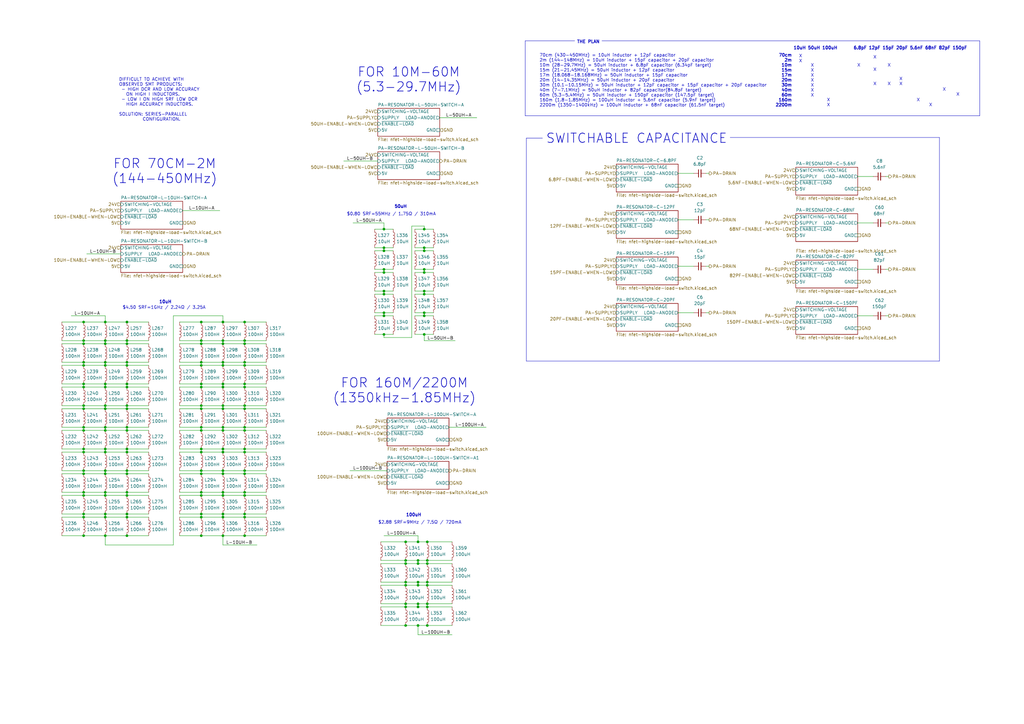
<source format=kicad_sch>
(kicad_sch (version 20231120) (generator "eeschema") (generator_version "8.0")
  (paper "A3")
  (junction (at 52.07 176.53))
  (junction (at 82.55 167.64))
  (junction (at 52.07 167.64))
  (junction (at 91.44 219.71))
  (junction (at 173.99 110.49))
  (junction (at 43.18 149.86))
  (junction (at 157.48 129.54))
  (junction (at 91.44 157.48))
  (junction (at 175.26 247.65))
  (junction (at 34.29 185.42))
  (junction (at 173.99 93.98))
  (junction (at 173.99 111.76))
  (junction (at 173.99 137.16))
  (junction (at 100.33 139.7))
  (junction (at 34.29 140.97))
  (junction (at 166.37 238.76))
  (junction (at 52.07 157.48))
  (junction (at 43.18 201.93))
  (junction (at 52.07 158.75))
  (junction (at 43.18 210.82))
  (junction (at 82.55 219.71))
  (junction (at 157.48 137.16))
  (junction (at 52.07 193.04))
  (junction (at 43.18 184.15))
  (junction (at 52.07 185.42))
  (junction (at 34.29 158.75))
  (junction (at 175.26 231.14))
  (junction (at 91.44 132.08))
  (junction (at 171.45 248.92))
  (junction (at 34.29 176.53))
  (junction (at 175.26 222.25))
  (junction (at 166.37 240.03))
  (junction (at 91.44 194.31))
  (junction (at 157.48 93.98))
  (junction (at 43.18 185.42))
  (junction (at 91.44 185.42))
  (junction (at 157.48 102.87))
  (junction (at 52.07 149.86))
  (junction (at 82.55 157.48))
  (junction (at 43.18 148.59))
  (junction (at 157.48 119.38))
  (junction (at 43.18 158.75))
  (junction (at 166.37 247.65))
  (junction (at 157.48 110.49))
  (junction (at 52.07 132.08))
  (junction (at 175.26 229.87))
  (junction (at 91.44 176.53))
  (junction (at 91.44 149.86))
  (junction (at 82.55 175.26))
  (junction (at 43.18 175.26))
  (junction (at 175.26 240.03))
  (junction (at 52.07 184.15))
  (junction (at 100.33 167.64))
  (junction (at 43.18 140.97))
  (junction (at 91.44 158.75))
  (junction (at 43.18 167.64))
  (junction (at 43.18 176.53))
  (junction (at 82.55 201.93))
  (junction (at 166.37 256.54))
  (junction (at 91.44 166.37))
  (junction (at 82.55 139.7))
  (junction (at 43.18 166.37))
  (junction (at 173.99 129.54))
  (junction (at 34.29 166.37))
  (junction (at 52.07 194.31))
  (junction (at 34.29 201.93))
  (junction (at 82.55 149.86))
  (junction (at 100.33 193.04))
  (junction (at 34.29 210.82))
  (junction (at 100.33 212.09))
  (junction (at 175.26 248.92))
  (junction (at 91.44 203.2))
  (junction (at 173.99 128.27))
  (junction (at 52.07 148.59))
  (junction (at 43.18 157.48))
  (junction (at 100.33 140.97))
  (junction (at 166.37 229.87))
  (junction (at 34.29 175.26))
  (junction (at 166.37 231.14))
  (junction (at 100.33 176.53))
  (junction (at 82.55 166.37))
  (junction (at 82.55 148.59))
  (junction (at 100.33 194.31))
  (junction (at 100.33 210.82))
  (junction (at 34.29 219.71))
  (junction (at 91.44 184.15))
  (junction (at 171.45 240.03))
  (junction (at 82.55 132.08))
  (junction (at 157.48 101.6))
  (junction (at 43.18 212.09))
  (junction (at 100.33 203.2))
  (junction (at 171.45 222.25))
  (junction (at 91.44 193.04))
  (junction (at 82.55 194.31))
  (junction (at 34.29 194.31))
  (junction (at 52.07 210.82))
  (junction (at 91.44 167.64))
  (junction (at 157.48 128.27))
  (junction (at 173.99 120.65))
  (junction (at 82.55 203.2))
  (junction (at 43.18 132.08))
  (junction (at 43.18 219.71))
  (junction (at 100.33 166.37))
  (junction (at 100.33 148.59))
  (junction (at 82.55 158.75))
  (junction (at 82.55 176.53))
  (junction (at 171.45 231.14))
  (junction (at 52.07 201.93))
  (junction (at 52.07 212.09))
  (junction (at 171.45 247.65))
  (junction (at 34.29 167.64))
  (junction (at 52.07 166.37))
  (junction (at 91.44 139.7))
  (junction (at 52.07 219.71))
  (junction (at 82.55 184.15))
  (junction (at 43.18 139.7))
  (junction (at 82.55 185.42))
  (junction (at 157.48 111.76))
  (junction (at 91.44 140.97))
  (junction (at 100.33 149.86))
  (junction (at 34.29 212.09))
  (junction (at 171.45 238.76))
  (junction (at 100.33 185.42))
  (junction (at 100.33 158.75))
  (junction (at 82.55 140.97))
  (junction (at 173.99 119.38))
  (junction (at 157.48 120.65))
  (junction (at 173.99 102.87))
  (junction (at 34.29 193.04))
  (junction (at 82.55 210.82))
  (junction (at 34.29 203.2))
  (junction (at 171.45 229.87))
  (junction (at 82.55 193.04))
  (junction (at 34.29 184.15))
  (junction (at 91.44 175.26))
  (junction (at 43.18 194.31))
  (junction (at 34.29 148.59))
  (junction (at 91.44 201.93))
  (junction (at 82.55 212.09))
  (junction (at 52.07 203.2))
  (junction (at 100.33 184.15))
  (junction (at 100.33 157.48))
  (junction (at 91.44 212.09))
  (junction (at 34.29 149.86))
  (junction (at 100.33 132.08))
  (junction (at 52.07 139.7))
  (junction (at 175.26 256.54))
  (junction (at 166.37 248.92))
  (junction (at 34.29 157.48))
  (junction (at 52.07 175.26))
  (junction (at 43.18 203.2))
  (junction (at 171.45 256.54))
  (junction (at 173.99 101.6))
  (junction (at 34.29 139.7))
  (junction (at 34.29 132.08))
  (junction (at 100.33 219.71))
  (junction (at 91.44 148.59))
  (junction (at 43.18 193.04))
  (junction (at 175.26 238.76))
  (junction (at 100.33 175.26))
  (junction (at 91.44 210.82))
  (junction (at 100.33 201.93))
  (junction (at 52.07 140.97))
  (junction (at 166.37 222.25))
  (wire (pts (xy 82.55 132.08) (xy 91.44 132.08)))
  (wire (pts (xy 91.44 210.82) (xy 91.44 212.09)))
  (wire (pts (xy 91.44 219.71) (xy 91.44 223.52)))
  (wire (pts (xy 34.29 184.15) (xy 43.18 184.15)))
  (wire (pts (xy 43.18 194.31) (xy 52.07 194.31)))
  (wire (pts (xy 25.4 176.53) (xy 34.29 176.53)))
  (wire (pts (xy 156.21 222.25) (xy 166.37 222.25)))
  (wire (pts (xy 34.29 139.7) (xy 43.18 139.7)))
  (polyline (pts (xy 246.888 16.764) (xy 401.828 16.764)))
  (wire (pts (xy 34.29 132.08) (xy 43.18 132.08)))
  (wire (pts (xy 43.18 157.48) (xy 43.18 158.75)))
  (wire (pts (xy 100.33 167.64) (xy 109.22 167.64)))
  (wire (pts (xy 25.4 210.82) (xy 34.29 210.82)))
  (wire (pts (xy 25.4 175.26) (xy 34.29 175.26)))
  (wire (pts (xy 29.21 129.54) (xy 43.18 129.54)))
  (wire (pts (xy 351.79 110.49) (xy 358.14 110.49)))
  (wire (pts (xy 171.45 238.76) (xy 171.45 240.03)))
  (wire (pts (xy 170.18 129.54) (xy 173.99 129.54)))
  (wire (pts (xy 91.44 175.26) (xy 100.33 175.26)))
  (wire (pts (xy 91.44 201.93) (xy 100.33 201.93)))
  (wire (pts (xy 34.29 176.53) (xy 43.18 176.53)))
  (wire (pts (xy 43.18 139.7) (xy 43.18 140.97)))
  (wire (pts (xy 278.13 71.12) (xy 284.48 71.12)))
  (wire (pts (xy 74.93 86.36) (xy 90.17 86.36)))
  (wire (pts (xy 91.44 219.71) (xy 100.33 219.71)))
  (wire (pts (xy 82.55 158.75) (xy 91.44 158.75)))
  (wire (pts (xy 173.99 101.6) (xy 173.99 102.87)))
  (wire (pts (xy 43.18 166.37) (xy 52.07 166.37)))
  (wire (pts (xy 25.4 140.97) (xy 34.29 140.97)))
  (wire (pts (xy 91.44 201.93) (xy 91.44 203.2)))
  (wire (pts (xy 91.44 193.04) (xy 91.44 194.31)))
  (wire (pts (xy 91.44 175.26) (xy 91.44 176.53)))
  (wire (pts (xy 157.48 101.6) (xy 161.29 101.6)))
  (wire (pts (xy 43.18 184.15) (xy 52.07 184.15)))
  (wire (pts (xy 91.44 140.97) (xy 100.33 140.97)))
  (wire (pts (xy 171.45 247.65) (xy 171.45 248.92)))
  (wire (pts (xy 43.18 210.82) (xy 52.07 210.82)))
  (wire (pts (xy 156.21 248.92) (xy 166.37 248.92)))
  (wire (pts (xy 290.83 90.17) (xy 289.56 90.17)))
  (wire (pts (xy 73.66 149.86) (xy 82.55 149.86)))
  (wire (pts (xy 52.07 139.7) (xy 60.96 139.7)))
  (wire (pts (xy 100.33 194.31) (xy 109.22 194.31)))
  (wire (pts (xy 157.48 128.27) (xy 157.48 129.54)))
  (wire (pts (xy 91.44 212.09) (xy 100.33 212.09)))
  (wire (pts (xy 52.07 132.08) (xy 60.96 132.08)))
  (wire (pts (xy 173.99 137.16) (xy 173.99 139.7)))
  (wire (pts (xy 43.18 184.15) (xy 43.18 185.42)))
  (wire (pts (xy 184.15 175.26) (xy 199.39 175.26)))
  (wire (pts (xy 157.48 219.71) (xy 171.45 219.71)))
  (wire (pts (xy 100.33 219.71) (xy 109.22 219.71)))
  (wire (pts (xy 52.07 184.15) (xy 60.96 184.15)))
  (wire (pts (xy 34.29 157.48) (xy 43.18 157.48)))
  (wire (pts (xy 52.07 176.53) (xy 60.96 176.53)))
  (wire (pts (xy 173.99 120.65) (xy 177.8 120.65)))
  (wire (pts (xy 91.44 139.7) (xy 100.33 139.7)))
  (wire (pts (xy 290.83 109.22) (xy 289.56 109.22)))
  (wire (pts (xy 166.37 240.03) (xy 171.45 240.03)))
  (wire (pts (xy 171.45 219.71) (xy 171.45 222.25)))
  (wire (pts (xy 43.18 139.7) (xy 52.07 139.7)))
  (wire (pts (xy 25.4 157.48) (xy 34.29 157.48)))
  (wire (pts (xy 91.44 129.54) (xy 91.44 132.08)))
  (wire (pts (xy 173.99 111.76) (xy 177.8 111.76)))
  (wire (pts (xy 364.49 72.39) (xy 363.22 72.39)))
  (wire (pts (xy 73.66 219.71) (xy 82.55 219.71)))
  (wire (pts (xy 25.4 185.42) (xy 34.29 185.42)))
  (wire (pts (xy 25.4 212.09) (xy 34.29 212.09)))
  (wire (pts (xy 52.07 167.64) (xy 60.96 167.64)))
  (wire (pts (xy 71.12 129.54) (xy 71.12 223.52)))
  (wire (pts (xy 175.26 248.92) (xy 185.42 248.92)))
  (wire (pts (xy 82.55 149.86) (xy 91.44 149.86)))
  (wire (pts (xy 100.33 185.42) (xy 109.22 185.42)))
  (wire (pts (xy 153.67 129.54) (xy 157.48 129.54)))
  (wire (pts (xy 91.44 157.48) (xy 91.44 158.75)))
  (wire (pts (xy 91.44 158.75) (xy 100.33 158.75)))
  (wire (pts (xy 364.49 110.49) (xy 363.22 110.49)))
  (wire (pts (xy 52.07 185.42) (xy 60.96 185.42)))
  (wire (pts (xy 43.18 201.93) (xy 43.18 203.2)))
  (wire (pts (xy 73.66 175.26) (xy 82.55 175.26)))
  (wire (pts (xy 170.18 93.98) (xy 173.99 93.98)))
  (wire (pts (xy 166.37 231.14) (xy 171.45 231.14)))
  (wire (pts (xy 157.48 137.16) (xy 161.29 137.16)))
  (wire (pts (xy 91.44 223.52) (xy 105.41 223.52)))
  (wire (pts (xy 171.45 222.25) (xy 166.37 222.25)))
  (wire (pts (xy 173.99 128.27) (xy 173.99 129.54)))
  (wire (pts (xy 91.44 184.15) (xy 100.33 184.15)))
  (wire (pts (xy 34.29 167.64) (xy 43.18 167.64)))
  (wire (pts (xy 43.18 185.42) (xy 52.07 185.42)))
  (wire (pts (xy 91.44 185.42) (xy 100.33 185.42)))
  (wire (pts (xy 73.66 212.09) (xy 82.55 212.09)))
  (wire (pts (xy 156.21 238.76) (xy 166.37 238.76)))
  (wire (pts (xy 290.83 71.12) (xy 289.56 71.12)))
  (polyline (pts (xy 299.466 56.388) (xy 385.318 56.388)))
  (wire (pts (xy 100.33 201.93) (xy 109.22 201.93)))
  (polyline (pts (xy 385.318 148.082) (xy 385.318 56.388)))
  (wire (pts (xy 52.07 210.82) (xy 60.96 210.82)))
  (wire (pts (xy 143.51 193.04) (xy 158.75 193.04)))
  (wire (pts (xy 82.55 201.93) (xy 91.44 201.93)))
  (wire (pts (xy 171.45 247.65) (xy 166.37 247.65)))
  (wire (pts (xy 100.33 175.26) (xy 109.22 175.26)))
  (wire (pts (xy 52.07 193.04) (xy 60.96 193.04)))
  (wire (pts (xy 73.66 210.82) (xy 82.55 210.82)))
  (wire (pts (xy 180.34 48.26) (xy 195.58 48.26)))
  (wire (pts (xy 185.42 229.87) (xy 175.26 229.87)))
  (wire (pts (xy 91.44 176.53) (xy 100.33 176.53)))
  (wire (pts (xy 71.12 129.54) (xy 91.44 129.54)))
  (wire (pts (xy 52.07 149.86) (xy 60.96 149.86)))
  (wire (pts (xy 100.33 210.82) (xy 109.22 210.82)))
  (wire (pts (xy 34.29 210.82) (xy 43.18 210.82)))
  (wire (pts (xy 91.44 184.15) (xy 91.44 185.42)))
  (wire (pts (xy 153.67 101.6) (xy 157.48 101.6)))
  (wire (pts (xy 100.33 176.53) (xy 109.22 176.53)))
  (wire (pts (xy 25.4 148.59) (xy 34.29 148.59)))
  (wire (pts (xy 91.44 203.2) (xy 100.33 203.2)))
  (wire (pts (xy 25.4 219.71) (xy 34.29 219.71)))
  (wire (pts (xy 34.29 212.09) (xy 43.18 212.09)))
  (wire (pts (xy 156.21 256.54) (xy 166.37 256.54)))
  (wire (pts (xy 34.29 203.2) (xy 43.18 203.2)))
  (wire (pts (xy 364.49 91.44) (xy 363.22 91.44)))
  (wire (pts (xy 82.55 219.71) (xy 91.44 219.71)))
  (wire (pts (xy 171.45 229.87) (xy 166.37 229.87)))
  (wire (pts (xy 185.42 240.03) (xy 175.26 240.03)))
  (wire (pts (xy 278.13 109.22) (xy 284.48 109.22)))
  (wire (pts (xy 175.26 229.87) (xy 171.45 229.87)))
  (wire (pts (xy 34.29 140.97) (xy 43.18 140.97)))
  (wire (pts (xy 52.07 219.71) (xy 60.96 219.71)))
  (wire (pts (xy 157.48 119.38) (xy 157.48 120.65)))
  (wire (pts (xy 175.26 247.65) (xy 171.45 247.65)))
  (wire (pts (xy 157.48 110.49) (xy 157.48 111.76)))
  (wire (pts (xy 73.66 176.53) (xy 82.55 176.53)))
  (wire (pts (xy 171.45 240.03) (xy 175.26 240.03)))
  (wire (pts (xy 73.66 167.64) (xy 82.55 167.64)))
  (wire (pts (xy 25.4 166.37) (xy 34.29 166.37)))
  (wire (pts (xy 171.45 256.54) (xy 175.26 256.54)))
  (polyline (pts (xy 222.504 56.642) (xy 215.9 56.642)))
  (wire (pts (xy 156.21 247.65) (xy 166.37 247.65)))
  (wire (pts (xy 364.49 129.54) (xy 363.22 129.54)))
  (wire (pts (xy 100.33 158.75) (xy 109.22 158.75)))
  (wire (pts (xy 43.18 193.04) (xy 52.07 193.04)))
  (wire (pts (xy 43.18 219.71) (xy 52.07 219.71)))
  (wire (pts (xy 91.44 194.31) (xy 100.33 194.31)))
  (wire (pts (xy 153.67 93.98) (xy 157.48 93.98)))
  (wire (pts (xy 173.99 119.38) (xy 173.99 120.65)))
  (wire (pts (xy 43.18 201.93) (xy 52.07 201.93)))
  (wire (pts (xy 43.18 175.26) (xy 52.07 175.26)))
  (wire (pts (xy 34.29 201.93) (xy 43.18 201.93)))
  (wire (pts (xy 73.66 158.75) (xy 82.55 158.75)))
  (wire (pts (xy 173.99 110.49) (xy 173.99 111.76)))
  (wire (pts (xy 171.45 256.54) (xy 171.45 260.35)))
  (wire (pts (xy 91.44 193.04) (xy 100.33 193.04)))
  (wire (pts (xy 157.48 138.43) (xy 168.91 138.43)))
  (wire (pts (xy 25.4 203.2) (xy 34.29 203.2)))
  (wire (pts (xy 157.48 137.16) (xy 157.48 138.43)))
  (wire (pts (xy 173.99 129.54) (xy 177.8 129.54)))
  (wire (pts (xy 171.45 260.35) (xy 185.42 260.35)))
  (wire (pts (xy 82.55 157.48) (xy 91.44 157.48)))
  (wire (pts (xy 34.29 148.59) (xy 43.18 148.59)))
  (wire (pts (xy 35.56 104.14) (xy 49.53 104.14)))
  (wire (pts (xy 175.26 231.14) (xy 185.42 231.14)))
  (wire (pts (xy 82.55 167.64) (xy 91.44 167.64)))
  (wire (pts (xy 173.99 139.7) (xy 186.69 139.7)))
  (wire (pts (xy 82.55 194.31) (xy 91.44 194.31)))
  (polyline (pts (xy 401.828 47.498) (xy 401.828 16.764)))
  (wire (pts (xy 91.44 166.37) (xy 91.44 167.64)))
  (wire (pts (xy 43.18 166.37) (xy 43.18 167.64)))
  (wire (pts (xy 170.18 102.87) (xy 173.99 102.87)))
  (wire (pts (xy 157.48 111.76) (xy 161.29 111.76)))
  (wire (pts (xy 82.55 140.97) (xy 91.44 140.97)))
  (wire (pts (xy 156.21 231.14) (xy 166.37 231.14)))
  (wire (pts (xy 157.48 91.44) (xy 157.48 93.98)))
  (wire (pts (xy 25.4 184.15) (xy 34.29 184.15)))
  (wire (pts (xy 25.4 132.08) (xy 34.29 132.08)))
  (wire (pts (xy 100.33 157.48) (xy 109.22 157.48)))
  (wire (pts (xy 52.07 166.37) (xy 60.96 166.37)))
  (wire (pts (xy 43.18 158.75) (xy 52.07 158.75)))
  (wire (pts (xy 91.44 167.64) (xy 100.33 167.64)))
  (wire (pts (xy 25.4 167.64) (xy 34.29 167.64)))
  (wire (pts (xy 157.48 129.54) (xy 161.29 129.54)))
  (wire (pts (xy 91.44 149.86) (xy 100.33 149.86)))
  (wire (pts (xy 73.66 201.93) (xy 82.55 201.93)))
  (wire (pts (xy 100.33 184.15) (xy 109.22 184.15)))
  (wire (pts (xy 43.18 132.08) (xy 52.07 132.08)))
  (wire (pts (xy 82.55 148.59) (xy 91.44 148.59)))
  (wire (pts (xy 82.55 176.53) (xy 91.44 176.53)))
  (wire (pts (xy 25.4 149.86) (xy 34.29 149.86)))
  (wire (pts (xy 73.66 194.31) (xy 82.55 194.31)))
  (wire (pts (xy 168.91 92.71) (xy 173.99 92.71)))
  (wire (pts (xy 175.26 222.25) (xy 171.45 222.25)))
  (wire (pts (xy 278.13 128.27) (xy 284.48 128.27)))
  (wire (pts (xy 82.55 212.09) (xy 91.44 212.09)))
  (wire (pts (xy 25.4 201.93) (xy 34.29 201.93)))
  (wire (pts (xy 173.99 119.38) (xy 177.8 119.38)))
  (wire (pts (xy 157.48 102.87) (xy 161.29 102.87)))
  (wire (pts (xy 153.67 119.38) (xy 157.48 119.38)))
  (wire (pts (xy 73.66 139.7) (xy 82.55 139.7)))
  (wire (pts (xy 185.42 247.65) (xy 175.26 247.65)))
  (wire (pts (xy 91.44 139.7) (xy 91.44 140.97)))
  (wire (pts (xy 185.42 222.25) (xy 175.26 222.25)))
  (wire (pts (xy 351.79 129.54) (xy 358.14 129.54)))
  (wire (pts (xy 52.07 212.09) (xy 60.96 212.09)))
  (wire (pts (xy 73.66 193.04) (xy 82.55 193.04)))
  (wire (pts (xy 34.29 193.04) (xy 43.18 193.04)))
  (wire (pts (xy 82.55 193.04) (xy 91.44 193.04)))
  (wire (pts (xy 157.48 101.6) (xy 157.48 102.87)))
  (wire (pts (xy 91.44 166.37) (xy 100.33 166.37)))
  (wire (pts (xy 100.33 193.04) (xy 109.22 193.04)))
  (wire (pts (xy 166.37 248.92) (xy 171.45 248.92)))
  (wire (pts (xy 171.45 238.76) (xy 175.26 238.76)))
  (wire (pts (xy 52.07 157.48) (xy 60.96 157.48)))
  (wire (pts (xy 185.42 256.54) (xy 175.26 256.54)))
  (wire (pts (xy 52.07 203.2) (xy 60.96 203.2)))
  (wire (pts (xy 52.07 158.75) (xy 60.96 158.75)))
  (wire (pts (xy 170.18 110.49) (xy 173.99 110.49)))
  (wire (pts (xy 73.66 148.59) (xy 82.55 148.59)))
  (wire (pts (xy 153.67 110.49) (xy 157.48 110.49)))
  (wire (pts (xy 43.18 175.26) (xy 43.18 176.53)))
  (wire (pts (xy 170.18 101.6) (xy 173.99 101.6)))
  (wire (pts (xy 43.18 212.09) (xy 52.07 212.09)))
  (polyline (pts (xy 215.392 16.764) (xy 215.392 47.498)))
  (wire (pts (xy 43.18 148.59) (xy 43.18 149.86)))
  (wire (pts (xy 91.44 148.59) (xy 100.33 148.59)))
  (wire (pts (xy 43.18 129.54) (xy 43.18 132.08)))
  (wire (pts (xy 170.18 111.76) (xy 173.99 111.76)))
  (wire (pts (xy 290.83 128.27) (xy 289.56 128.27)))
  (wire (pts (xy 278.13 90.17) (xy 284.48 90.17)))
  (wire (pts (xy 171.45 231.14) (xy 175.26 231.14)))
  (wire (pts (xy 73.66 132.08) (xy 82.55 132.08)))
  (wire (pts (xy 170.18 120.65) (xy 173.99 120.65)))
  (wire (pts (xy 166.37 256.54) (xy 171.45 256.54)))
  (wire (pts (xy 153.67 137.16) (xy 157.48 137.16)))
  (wire (pts (xy 153.67 120.65) (xy 157.48 120.65)))
  (wire (pts (xy 82.55 210.82) (xy 91.44 210.82)))
  (wire (pts (xy 173.99 101.6) (xy 177.8 101.6)))
  (wire (pts (xy 43.18 167.64) (xy 52.07 167.64)))
  (polyline (pts (xy 215.9 56.642) (xy 215.9 148.082)))
  (wire (pts (xy 185.42 238.76) (xy 175.26 238.76)))
  (wire (pts (xy 52.07 201.93) (xy 60.96 201.93)))
  (wire (pts (xy 156.21 229.87) (xy 166.37 229.87)))
  (wire (pts (xy 173.99 92.71) (xy 173.99 93.98)))
  (wire (pts (xy 91.44 132.08) (xy 100.33 132.08)))
  (wire (pts (xy 52.07 175.26) (xy 60.96 175.26)))
  (wire (pts (xy 170.18 137.16) (xy 173.99 137.16)))
  (wire (pts (xy 173.99 93.98) (xy 177.8 93.98)))
  (wire (pts (xy 34.29 194.31) (xy 43.18 194.31)))
  (wire (pts (xy 100.33 212.09) (xy 109.22 212.09)))
  (wire (pts (xy 34.29 158.75) (xy 43.18 158.75)))
  (wire (pts (xy 73.66 166.37) (xy 82.55 166.37)))
  (wire (pts (xy 43.18 219.71) (xy 43.18 223.52)))
  (wire (pts (xy 34.29 149.86) (xy 43.18 149.86)))
  (wire (pts (xy 43.18 148.59) (xy 52.07 148.59)))
  (wire (pts (xy 43.18 176.53) (xy 52.07 176.53)))
  (wire (pts (xy 43.18 223.52) (xy 71.12 223.52)))
  (wire (pts (xy 52.07 148.59) (xy 60.96 148.59)))
  (wire (pts (xy 351.79 91.44) (xy 358.14 91.44)))
  (wire (pts (xy 43.18 210.82) (xy 43.18 212.09)))
  (wire (pts (xy 52.07 140.97) (xy 60.96 140.97)))
  (wire (pts (xy 153.67 128.27) (xy 157.48 128.27)))
  (wire (pts (xy 34.29 219.71) (xy 43.18 219.71)))
  (wire (pts (xy 34.29 185.42) (xy 43.18 185.42)))
  (wire (pts (xy 43.18 203.2) (xy 52.07 203.2)))
  (wire (pts (xy 157.48 93.98) (xy 161.29 93.98)))
  (wire (pts (xy 73.66 140.97) (xy 82.55 140.97)))
  (wire (pts (xy 52.07 194.31) (xy 60.96 194.31)))
  (wire (pts (xy 140.97 66.04) (xy 154.94 66.04)))
  (wire (pts (xy 100.33 132.08) (xy 109.22 132.08)))
  (wire (pts (xy 168.91 138.43) (xy 168.91 92.71)))
  (wire (pts (xy 157.48 120.65) (xy 161.29 120.65)))
  (wire (pts (xy 91.44 157.48) (xy 100.33 157.48)))
  (wire (pts (xy 34.29 166.37) (xy 43.18 166.37)))
  (wire (pts (xy 82.55 166.37) (xy 91.44 166.37)))
  (wire (pts (xy 73.66 185.42) (xy 82.55 185.42)))
  (polyline (pts (xy 235.712 16.764) (xy 215.392 16.764)))
  (wire (pts (xy 100.33 140.97) (xy 109.22 140.97)))
  (wire (pts (xy 25.4 193.04) (xy 34.29 193.04)))
  (wire (pts (xy 25.4 194.31) (xy 34.29 194.31)))
  (wire (pts (xy 173.99 102.87) (xy 177.8 102.87)))
  (wire (pts (xy 157.48 110.49) (xy 161.29 110.49)))
  (wire (pts (xy 100.33 148.59) (xy 109.22 148.59)))
  (wire (pts (xy 171.45 229.87) (xy 171.45 231.14)))
  (wire (pts (xy 82.55 175.26) (xy 91.44 175.26)))
  (wire (pts (xy 25.4 139.7) (xy 34.29 139.7)))
  (polyline (pts (xy 215.392 47.498) (xy 401.828 47.498)))
  (wire (pts (xy 351.79 72.39) (xy 358.14 72.39)))
  (wire (pts (xy 156.21 240.03) (xy 166.37 240.03)))
  (wire (pts (xy 157.48 128.27) (xy 161.29 128.27)))
  (wire (pts (xy 173.99 110.49) (xy 177.8 110.49)))
  (polyline (pts (xy 215.9 148.082) (xy 385.318 148.082)))
  (wire (pts (xy 82.55 139.7) (xy 91.44 139.7)))
  (wire (pts (xy 43.18 149.86) (xy 52.07 149.86)))
  (wire (pts (xy 173.99 137.16) (xy 177.8 137.16)))
  (wire (pts (xy 82.55 185.42) (xy 91.44 185.42)))
  (wire (pts (xy 166.37 238.76) (xy 171.45 238.76)))
  (wire (pts (xy 43.18 193.04) (xy 43.18 194.31)))
  (wire (pts (xy 157.48 119.38) (xy 161.29 119.38)))
  (wire (pts (xy 170.18 119.38) (xy 173.99 119.38)))
  (wire (pts (xy 173.99 128.27) (xy 177.8 128.27)))
  (wire (pts (xy 82.55 203.2) (xy 91.44 203.2)))
  (wire (pts (xy 43.18 140.97) (xy 52.07 140.97)))
  (wire (pts (xy 73.66 203.2) (xy 82.55 203.2)))
  (wire (pts (xy 144.78 91.44) (xy 157.48 91.44)))
  (wire (pts (xy 73.66 157.48) (xy 82.55 157.48)))
  (wire (pts (xy 43.18 157.48) (xy 52.07 157.48)))
  (wire (pts (xy 153.67 111.76) (xy 157.48 111.76)))
  (wire (pts (xy 73.66 184.15) (xy 82.55 184.15)))
  (wire (pts (xy 153.67 102.87) (xy 157.48 102.87)))
  (wire (pts (xy 34.29 175.26) (xy 43.18 175.26)))
  (wire (pts (xy 91.44 210.82) (xy 100.33 210.82)))
  (wire (pts (xy 171.45 248.92) (xy 175.26 248.92)))
  (wire (pts (xy 100.33 203.2) (xy 109.22 203.2)))
  (wire (pts (xy 91.44 148.59) (xy 91.44 149.86)))
  (wire (pts (xy 100.33 139.7) (xy 109.22 139.7)))
  (wire (pts (xy 25.4 158.75) (xy 34.29 158.75)))
  (wire (pts (xy 170.18 128.27) (xy 173.99 128.27)))
  (wire (pts (xy 100.33 166.37) (xy 109.22 166.37)))
  (wire (pts (xy 100.33 149.86) (xy 109.22 149.86)))
  (wire (pts (xy 82.55 184.15) (xy 91.44 184.15)))
  (text "X" (at 358.14 22.86 0) (effects (font (size 1.27 1.27)) (justify left top)))
  (text "X" (at 381 42.418 0) (effects (font (size 1.27 1.27)) (justify left top)))
  (text "X" (at 358.14 33.782 0) (effects (font (size 1.27 1.27)) (justify left top)))
  (text "THE PLAN" (at 241.3 17.272 0) (effects (font (size 1.27 1.27) (thickness 0.254) (bold yes))))
  (text "50uH" (at 164.338 84.836 0) (effects (font (size 1.27 1.27) (thickness 0.254) (bold yes))))
  (text "X" (at 363.982 33.782 0) (effects (font (size 1.27 1.27)) (justify left top)))
  (text "$2.88 SRF=9MHz / 7.5Ω / 720mA" (at 172.212 214.376 0) (effects (font (size 1.27 1.27))))
  (text "X" (at 392.176 38.1 0) (effects (font (size 1.27 1.27)) (justify left top)))
  (text "X" (at 351.536 26.162 0) (effects (font (size 1.27 1.27)) (justify left top)))
  (text "FOR 10M-60M\n(5.3-29.7MHz)" (at 167.64 32.766 0) (effects (font (size 3.81 3.81) (thickness 0.254) (bold yes))))
  (text "X" (at 358.14 27.94 0) (effects (font (size 1.27 1.27)) (justify left top)))
  (text "X" (at 363.982 26.162 0) (effects (font (size 1.27 1.27)) (justify left top)))
  (text "SWITCHABLE CAPACITANCE" (at 261.112 56.896 0) (effects (font (size 3.81 3.81) (thickness 0.254) (bold yes))))
  (text "100uH" (at 169.672 211.328 0) (effects (font (size 1.27 1.27) (thickness 0.254) (bold yes))))
  (text "FOR 160M/2200M\n(1350kHz-1.85MHz)" (at 165.862 160.274 0) (effects (font (size 3.81 3.81) (thickness 0.254) (bold yes))))
  (text "FOR 70CM-2M\n(144-450MHz)" (at 67.564 70.358 0) (effects (font (size 3.81 3.81) (thickness 0.254) (bold yes))))
  (text "$4.50 SRF=1GHz / 2.24Ω / 3.25A" (at 67.31 126.238 0) (effects (font (size 1.27 1.27))))
  (text "X" (at 368.808 31.75 0) (effects (font (size 1.27 1.27)) (justify left top)))
  (text "10uH" (at 67.818 123.952 0) (effects (font (size 1.27 1.27) (thickness 0.254) (bold yes))))
  (text "$0.80 SRF=55MHz / 1.75Ω / 310mA\n" (at 160.528 87.884 0) (effects (font (size 1.27 1.27))))
  (text "X" (at 386.588 36.068 0) (effects (font (size 1.27 1.27)) (justify left top)))
  (text "X\nX" (at 339.09 40.386 0) (effects (font (size 1.27 1.27)) (justify left top)))
  (text "70cm\n2m\n10m\n15m\n17m\n20m\n30m\n40m\n60m\n160m\n2200m" (at 324.866 33.02 0) (effects (font (size 1.27 1.27) (thickness 0.254) (bold yes)) (justify right)))
  (text "X\nX" (at 327.66 22.352 0) (effects (font (size 1.27 1.27)) (justify left top)))
  (text "X" (at 375.92 40.386 0) (effects (font (size 1.27 1.27)) (justify left top)))
  (text "X" (at 368.808 33.782 0) (effects (font (size 1.27 1.27)) (justify left top)))
  (text "\n\nX\nX\nX\nX\nX\nX\nX" (at 332.486 22.098 0) (effects (font (size 1.27 1.27)) (justify left top)))
  (text "DIFFICULT TO ACHIEVE WITH\nOBSERVED SMT PRODUCTS:\n - HIGH DCR AND LOW ACCURACY\n   ON HIGH I INDUCTORS.\n - LOW I ON HIGH SRF LOW DCR\n   HIGH ACCURACY INDUCTORS.\n\nSOLUTION: SERIES-PARALLEL\n          CONFIGURATION." (at 48.768 40.894 0) (effects (font (size 1.27 1.27)) (justify left)))
  (text "70cm (430-450MHz) = 10uH inductor + 12pF capacitor\n2m (144-148MHz) = 10uH inductor + 15pF capacitor + 20pF capacitor\n10m (28-29.7MHz) = 50uH inductor + 6.8pF capacitor (6.34pF target)\n15m (21-21.45MHz) = 50uH inductor + 12pF capacitor\n17m (18.068-18.168MHz) = 50uH inductor + 15pF capacitor\n20m (14-14.35MHz) = 50uH inductor + 20pF capacitor\n30m (10.1-10.15MHz) = 50uH inductor + 12pF capacitor + 15pF capacitor + 20pF capacitor\n40m (7-7.1MHz) = 50uH inductor + 82pF capacitor(84.8pF target)\n60m (5.3-5.4MHz) = 50uH inductor + 150pF capacitor (147.5pF target)\n160m (1.8-1.85MHz) = 100uH inductor + 5.6nF capacitor (5.9nF target)\n2200m (1350-1400kHz) = 100uH inductor + 68nF capacitor (61.5nF target)" (at 221.234 33.02 0) (effects (font (size 1.27 1.27)) (justify left)))
  (text "10uH 50uH 100uH       6.8pF 12pF 15pF 20pF 5.6nF 68nF 82pF 150pF" (at 325.374 19.812 0) (effects (font (size 1.27 1.27) (thickness 0.254) (bold yes)) (justify left)))
  (label "L-100UH-A" (at 186.69 175.26 0))
  (label "L-50UH-B" (at 142.24 66.04 0))
  (label "L-100UH-B" (at 144.78 193.04 0))
  (label "L-10UH-B" (at 36.83 104.14 0))
  (label "L-50UH-B" (at 175.26 139.7 0))
  (label "L-50UH-A" (at 182.88 48.26 0))
  (label "L-50UH-A" (at 146.05 91.44 0))
  (label "L-10UH-A" (at 30.48 129.54 0))
  (label "L-10UH-A" (at 77.47 86.36 0))
  (label "L-100UH-A" (at 158.75 219.71 0))
  (label "L-100UH-B" (at 172.72 260.35 0))
  (label "L-10UH-B" (at 92.71 223.52 0))
  (hierarchical_label "24V" (shape input) (at 154.94 45.72 180))
  (hierarchical_label "24V" (shape input) (at 158.75 172.72 180))
  (hierarchical_label "20PF-ENABLE-WHEN-LOW" (shape input) (at 252.73 130.81 180))
  (hierarchical_label "PA-SUPPLY" (shape input) (at 252.73 128.27 180))
  (hierarchical_label "5V" (shape input) (at 252.73 133.35 180))
  (hierarchical_label "10UH-ENABLE-WHEN-LOW" (shape input) (at 49.53 106.68 180))
  (hierarchical_label "12PF-ENABLE-WHEN-LOW" (shape input) (at 252.73 92.71 180))
  (hierarchical_label "15PF-ENABLE-WHEN-LOW" (shape input) (at 252.73 111.76 180))
  (hierarchical_label "5V" (shape input) (at 154.94 71.12 180))
  (hierarchical_label "100UH-ENABLE-WHEN-LOW" (shape input) (at 158.75 177.8 180))
  (hierarchical_label "5V" (shape input) (at 252.73 114.3 180))
  (hierarchical_label "5.6NF-ENABLE-WHEN-LOW" (shape input) (at 326.39 74.93 180))
  (hierarchical_label "GND" (shape input) (at 180.34 53.34 0))
  (hierarchical_label "82PF-ENABLE-WHEN-LOW" (shape input) (at 326.39 113.03 180))
  (hierarchical_label "PA-SUPPLY" (shape input) (at 252.73 71.12 180))
  (hierarchical_label "GND" (shape passive) (at 278.13 95.25 0))
  (hierarchical_label "5V" (shape input) (at 158.75 198.12 180))
  (hierarchical_label "24V" (shape input) (at 252.73 106.68 180))
  (hierarchical_label "PA-DRAIN" (shape output) (at 290.83 90.17 0))
  (hierarchical_label "GND" (shape passive) (at 351.79 96.52 0))
  (hierarchical_label "PA-DRAIN" (shape output) (at 74.93 104.14 0))
  (hierarchical_label "PA-DRAIN" (shape output) (at 364.49 110.49 0))
  (hierarchical_label "PA-SUPPLY" (shape input) (at 49.53 86.36 180))
  (hierarchical_label "GND" (shape input) (at 74.93 91.44 0))
  (hierarchical_label "24V" (shape input) (at 326.39 127 180))
  (hierarchical_label "PA-DRAIN" (shape output) (at 180.34 66.04 0))
  (hierarchical_label "5V" (shape input) (at 326.39 115.57 180))
  (hierarchical_label "24V" (shape input) (at 326.39 88.9 180))
  (hierarchical_label "GND" (shape input) (at 74.93 109.22 0))
  (hierarchical_label "10UH-ENABLE-WHEN-LOW" (shape input) (at 49.53 88.9 180))
  (hierarchical_label "24V" (shape input) (at 252.73 68.58 180))
  (hierarchical_label "5V" (shape input) (at 158.75 180.34 180))
  (hierarchical_label "6.8PF-ENABLE-WHEN-LOW" (shape input) (at 252.73 73.66 180))
  (hierarchical_label "PA-SUPPLY" (shape input) (at 326.39 91.44 180))
  (hierarchical_label "PA-DRAIN" (shape output) (at 290.83 71.12 0))
  (hierarchical_label "68NF-ENABLE-WHEN-LOW" (shape input) (at 326.39 93.98 180))
  (hierarchical_label "GND" (shape input) (at 184.15 180.34 0))
  (hierarchical_label "24V" (shape input) (at 326.39 69.85 180))
  (hierarchical_label "GND" (shape input) (at 184.15 198.12 0))
  (hierarchical_label "PA-SUPPLY" (shape input) (at 158.75 175.26 180))
  (hierarchical_label "24V" (shape input) (at 158.75 190.5 180))
  (hierarchical_label "50UH-ENABLE-WHEN-LOW" (shape input) (at 154.94 50.8 180))
  (hierarchical_label "24V" (shape input) (at 154.94 63.5 180))
  (hierarchical_label "5V" (shape input) (at 326.39 77.47 180))
  (hierarchical_label "PA-SUPPLY" (shape input) (at 326.39 129.54 180))
  (hierarchical_label "24V" (shape input) (at 252.73 87.63 180))
  (hierarchical_label "PA-DRAIN" (shape output) (at 364.49 72.39 0))
  (hierarchical_label "PA-DRAIN" (shape output) (at 364.49 91.44 0))
  (hierarchical_label "5V" (shape input) (at 49.53 91.44 180))
  (hierarchical_label "PA-SUPPLY" (shape input) (at 252.73 90.17 180))
  (hierarchical_label "PA-DRAIN" (shape output) (at 290.83 109.22 0))
  (hierarchical_label "5V" (shape input) (at 326.39 96.52 180))
  (hierarchical_label "100UH-ENABLE-WHEN-LOW" (shape input) (at 158.75 195.58 180))
  (hierarchical_label "5V" (shape input) (at 252.73 76.2 180))
  (hierarchical_label "PA-SUPPLY" (shape input) (at 326.39 110.49 180))
  (hierarchical_label "GND" (shape passive) (at 278.13 114.3 0))
  (hierarchical_label "PA-SUPPLY" (shape input) (at 326.39 72.39 180))
  (hierarchical_label "PA-DRAIN" (shape output) (at 290.83 128.27 0))
  (hierarchical_label "5V" (shape input) (at 154.94 53.34 180))
  (hierarchical_label "PA-DRAIN" (shape output) (at 364.49 129.54 0))
  (hierarchical_label "GND" (shape passive) (at 278.13 76.2 0))
  (hierarchical_label "5V" (shape input) (at 326.39 134.62 180))
  (hierarchical_label "GND" (shape input) (at 180.34 71.12 0))
  (hierarchical_label "5V" (shape input) (at 49.53 109.22 180))
  (hierarchical_label "GND" (shape passive) (at 278.13 133.35 0))
  (hierarchical_label "GND" (shape passive) (at 351.79 77.47 0))
  (hierarchical_label "24V" (shape input) (at 49.53 101.6 180))
  (hierarchical_label "5V" (shape input) (at 252.73 95.25 180))
  (hierarchical_label "GND" (shape passive) (at 351.79 134.62 0))
  (hierarchical_label "150PF-ENABLE-WHEN-LOW" (shape input) (at 326.39 132.08 180))
  (hierarchical_label "PA-SUPPLY" (shape input) (at 252.73 109.22 180))
  (hierarchical_label "50UH-ENABLE-WHEN-LOW" (shape input) (at 154.94 68.58 180))
  (hierarchical_label "24V" (shape input) (at 252.73 125.73 180))
  (hierarchical_label "GND" (shape passive) (at 351.79 115.57 0))
  (hierarchical_label "24V" (shape input) (at 326.39 107.95 180))
  (hierarchical_label "PA-DRAIN" (shape output) (at 184.15 193.04 0))
  (hierarchical_label "24V" (shape input) (at 49.53 83.82 180))
  (hierarchical_label "PA-SUPPLY" (shape input) (at 154.94 48.26 180))
  (symbol (lib_id "Device:L") (at 109.22 207.01 0) (unit 1)
    (property "Reference" "L325" (at 110.49 205.7399 0) (effects (justify left)))
    (property "Value" "100nH" (at 110.49 208.2799 0) (effects (justify left)))
    (property "Footprint" "Inductor_SMD:L_1008_2520Metric" (effects (hide yes)))
    (property "Datasheet" "https://wmsc.lcsc.com/wmsc/upload/file/pdf/v2/lcsc/2304140030_PSA-Prosperity-Dielectrics-FEC1008CP-R10G-LRH_C346437.pdf" (effects (hide yes)))
    (property "Description" "650mA 100nH ±2% 560mΩ 1008 Inductors (SMD) ROHS" (effects (hide yes)))
    (property "LCSC Part #" "C346437" (effects (hide yes)))
    (property "MPN" "FEC1008CP-R10" (effects (hide yes)))
    (property "Manufacturer" "Prosperity" (effects (hide yes)))
  )
  (symbol (lib_id "Device:L") (at 100.33 171.45 0) (unit 1)
    (property "Reference" "L311" (at 101.6 170.1799 0) (effects (justify left)))
    (property "Value" "100nH" (at 101.6 172.7199 0) (effects (justify left)))
    (property "Footprint" "Inductor_SMD:L_1008_2520Metric" (effects (hide yes)))
    (property "Datasheet" "https://wmsc.lcsc.com/wmsc/upload/file/pdf/v2/lcsc/2304140030_PSA-Prosperity-Dielectrics-FEC1008CP-R10G-LRH_C346437.pdf" (effects (hide yes)))
    (property "Description" "650mA 100nH ±2% 560mΩ 1008 Inductors (SMD) ROHS" (effects (hide yes)))
    (property "LCSC Part #" "C346437" (effects (hide yes)))
    (property "MPN" "FEC1008CP-R10" (effects (hide yes)))
    (property "Manufacturer" "Prosperity" (effects (hide yes)))
  )
  (symbol (lib_id "Device:L") (at 170.18 124.46 0) (unit 1)
    (property "Reference" "L348" (at 171.45 123.1899 0) (effects (justify left)))
    (property "Value" "10uH" (at 171.45 125.7299 0) (effects (justify left)))
    (property "Footprint" "Inductor_SMD:L_1008_2520Metric" (effects (hide yes)))
    (property "Datasheet" "https://wmsc.lcsc.com/wmsc/upload/file/pdf/v2/lcsc/2304140030_TDK-NLV25T-100J-PF_C76825.pdf" (effects (hide yes)))
    (property "Description" "155mA 10uH ±5% 1008 Power Inductors ROHS" (effects (hide yes)))
    (property "LCSC Part #" "C76825" (effects (hide yes)))
    (property "MPN" "NLV25T-100J-PF" (effects (hide yes)))
    (property "Manufacturer" "TDK" (effects (hide yes)))
  )
  (symbol (lib_id "Device:L") (at 185.42 243.84 0) (unit 1)
    (property "Reference" "L361" (at 186.69 242.5699 0) (effects (justify left)))
    (property "Value" "100uH" (at 186.69 245.1099 0) (effects (justify left)))
    (property "Footprint" "Inductor_SMD:L_0805_2012Metric" (effects (hide yes)))
    (property "Datasheet" "https://wmsc.lcsc.com/wmsc/upload/file/pdf/v2/lcsc/2306021139_MetalLions-MLW2012RF-101KT_C2885956.pdf" (effects (hide yes)))
    (property "Description" "180mA 100uH ±10% 7.5Ω SMD,1.7x2.3mm Inductors (SMD) ROHS" (effects (hide yes)))
    (property "LCSC Part #" "C2885956" (effects (hide yes)))
    (property "MPN" "MLW2012RF-101KT" (effects (hide yes)))
    (property "Manufacturer" "MetalLions" (effects (hide yes)))
  )
  (symbol (lib_id "Device:L") (at 25.4 198.12 0) (unit 1)
    (property "Reference" "L234" (at 26.67 196.8499 0) (effects (justify left)))
    (property "Value" "100nH" (at 26.67 199.3899 0) (effects (justify left)))
    (property "Footprint" "Inductor_SMD:L_1008_2520Metric" (effects (hide yes)))
    (property "Datasheet" "https://wmsc.lcsc.com/wmsc/upload/file/pdf/v2/lcsc/2304140030_PSA-Prosperity-Dielectrics-FEC1008CP-R10G-LRH_C346437.pdf" (effects (hide yes)))
    (property "Description" "650mA 100nH ±2% 560mΩ 1008 Inductors (SMD) ROHS" (effects (hide yes)))
    (property "LCSC Part #" "C346437" (effects (hide yes)))
    (property "MPN" "FEC1008CP-R10" (effects (hide yes)))
    (property "Manufacturer" "Prosperity" (effects (hide yes)))
  )
  (symbol (lib_id "Device:L") (at 82.55 135.89 0) (unit 1)
    (property "Reference" "L287" (at 83.82 134.6199 0) (effects (justify left)))
    (property "Value" "100nH" (at 83.82 137.1599 0) (effects (justify left)))
    (property "Footprint" "Inductor_SMD:L_1008_2520Metric" (effects (hide yes)))
    (property "Datasheet" "https://wmsc.lcsc.com/wmsc/upload/file/pdf/v2/lcsc/2304140030_PSA-Prosperity-Dielectrics-FEC1008CP-R10G-LRH_C346437.pdf" (effects (hide yes)))
    (property "Description" "650mA 100nH ±2% 560mΩ 1008 Inductors (SMD) ROHS" (effects (hide yes)))
    (property "LCSC Part #" "C346437" (effects (hide yes)))
    (property "MPN" "FEC1008CP-R10" (effects (hide yes)))
    (property "Manufacturer" "Prosperity" (effects (hide yes)))
  )
  (symbol (lib_id "Device:L") (at 109.22 144.78 0) (unit 1)
    (property "Reference" "L318" (at 110.49 143.5099 0) (effects (justify left)))
    (property "Value" "100nH" (at 110.49 146.0499 0) (effects (justify left)))
    (property "Footprint" "Inductor_SMD:L_1008_2520Metric" (effects (hide yes)))
    (property "Datasheet" "https://wmsc.lcsc.com/wmsc/upload/file/pdf/v2/lcsc/2304140030_PSA-Prosperity-Dielectrics-FEC1008CP-R10G-LRH_C346437.pdf" (effects (hide yes)))
    (property "Description" "650mA 100nH ±2% 560mΩ 1008 Inductors (SMD) ROHS" (effects (hide yes)))
    (property "LCSC Part #" "C346437" (effects (hide yes)))
    (property "MPN" "FEC1008CP-R10" (effects (hide yes)))
    (property "Manufacturer" "Prosperity" (effects (hide yes)))
  )
  (symbol (lib_id "Device:L") (at 73.66 198.12 0) (unit 1)
    (property "Reference" "L284" (at 74.93 196.8499 0) (effects (justify left)))
    (property "Value" "100nH" (at 74.93 199.3899 0) (effects (justify left)))
    (property "Footprint" "Inductor_SMD:L_1008_2520Metric" (effects (hide yes)))
    (property "Datasheet" "https://wmsc.lcsc.com/wmsc/upload/file/pdf/v2/lcsc/2304140030_PSA-Prosperity-Dielectrics-FEC1008CP-R10G-LRH_C346437.pdf" (effects (hide yes)))
    (property "Description" "650mA 100nH ±2% 560mΩ 1008 Inductors (SMD) ROHS" (effects (hide yes)))
    (property "LCSC Part #" "C346437" (effects (hide yes)))
    (property "MPN" "FEC1008CP-R10" (effects (hide yes)))
    (property "Manufacturer" "Prosperity" (effects (hide yes)))
  )
  (symbol (lib_id "Device:L") (at 177.8 97.79 0) (unit 1)
    (property "Reference" "L354" (at 179.07 96.5199 0) (effects (justify left)))
    (property "Value" "10uH" (at 179.07 99.0599 0) (effects (justify left)))
    (property "Footprint" "Inductor_SMD:L_1008_2520Metric" (effects (hide yes)))
    (property "Datasheet" "https://wmsc.lcsc.com/wmsc/upload/file/pdf/v2/lcsc/2304140030_TDK-NLV25T-100J-PF_C76825.pdf" (effects (hide yes)))
    (property "Description" "155mA 10uH ±5% 1008 Power Inductors ROHS" (effects (hide yes)))
    (property "LCSC Part #" "C76825" (effects (hide yes)))
    (property "MPN" "NLV25T-100J-PF" (effects (hide yes)))
    (property "Manufacturer" "TDK" (effects (hide yes)))
  )
  (symbol (lib_id "Device:L") (at 156.21 226.06 0) (unit 1)
    (property "Reference" "L332" (at 157.48 224.7899 0) (effects (justify left)))
    (property "Value" "100uH" (at 157.48 227.3299 0) (effects (justify left)))
    (property "Footprint" "Inductor_SMD:L_0805_2012Metric" (effects (hide yes)))
    (property "Datasheet" "https://wmsc.lcsc.com/wmsc/upload/file/pdf/v2/lcsc/2306021139_MetalLions-MLW2012RF-101KT_C2885956.pdf" (effects (hide yes)))
    (property "Description" "180mA 100uH ±10% 7.5Ω SMD,1.7x2.3mm Inductors (SMD) ROHS" (effects (hide yes)))
    (property "LCSC Part #" "C2885956" (effects (hide yes)))
    (property "MPN" "MLW2012RF-101KT" (effects (hide yes)))
    (property "Manufacturer" "MetalLions" (effects (hide yes)))
  )
  (symbol (lib_id "Device:L") (at 73.66 153.67 0) (unit 1)
    (property "Reference" "L279" (at 74.93 152.3999 0) (effects (justify left)))
    (property "Value" "100nH" (at 74.93 154.9399 0) (effects (justify left)))
    (property "Footprint" "Inductor_SMD:L_1008_2520Metric" (effects (hide yes)))
    (property "Datasheet" "https://wmsc.lcsc.com/wmsc/upload/file/pdf/v2/lcsc/2304140030_PSA-Prosperity-Dielectrics-FEC1008CP-R10G-LRH_C346437.pdf" (effects (hide yes)))
    (property "Description" "650mA 100nH ±2% 560mΩ 1008 Inductors (SMD) ROHS" (effects (hide yes)))
    (property "LCSC Part #" "C346437" (effects (hide yes)))
    (property "MPN" "FEC1008CP-R10" (effects (hide yes)))
    (property "Manufacturer" "Prosperity" (effects (hide yes)))
  )
  (symbol (lib_id "Device:L") (at 60.96 189.23 0) (unit 1)
    (property "Reference" "L273" (at 62.23 187.9599 0) (effects (justify left)))
    (property "Value" "100nH" (at 62.23 190.4999 0) (effects (justify left)))
    (property "Footprint" "Inductor_SMD:L_1008_2520Metric" (effects (hide yes)))
    (property "Datasheet" "https://wmsc.lcsc.com/wmsc/upload/file/pdf/v2/lcsc/2304140030_PSA-Prosperity-Dielectrics-FEC1008CP-R10G-LRH_C346437.pdf" (effects (hide yes)))
    (property "Description" "650mA 100nH ±2% 560mΩ 1008 Inductors (SMD) ROHS" (effects (hide yes)))
    (property "LCSC Part #" "C346437" (effects (hide yes)))
    (property "MPN" "FEC1008CP-R10" (effects (hide yes)))
    (property "Manufacturer" "Prosperity" (effects (hide yes)))
  )
  (symbol (lib_id "Device:L") (at 52.07 189.23 0) (unit 1)
    (property "Reference" "L263" (at 53.34 187.9599 0) (effects (justify left)))
    (property "Value" "100nH" (at 53.34 190.4999 0) (effects (justify left)))
    (property "Footprint" "Inductor_SMD:L_1008_2520Metric" (effects (hide yes)))
    (property "Datasheet" "https://wmsc.lcsc.com/wmsc/upload/file/pdf/v2/lcsc/2304140030_PSA-Prosperity-Dielectrics-FEC1008CP-R10G-LRH_C346437.pdf" (effects (hide yes)))
    (property "Description" "650mA 100nH ±2% 560mΩ 1008 Inductors (SMD) ROHS" (effects (hide yes)))
    (property "LCSC Part #" "C346437" (effects (hide yes)))
    (property "MPN" "FEC1008CP-R10" (effects (hide yes)))
    (property "Manufacturer" "Prosperity" (effects (hide yes)))
  )
  (symbol (lib_id "Device:L") (at 82.55 153.67 0) (unit 1)
    (property "Reference" "L289" (at 83.82 152.3999 0) (effects (justify left)))
    (property "Value" "100nH" (at 83.82 154.9399 0) (effects (justify left)))
    (property "Footprint" "Inductor_SMD:L_1008_2520Metric" (effects (hide yes)))
    (property "Datasheet" "https://wmsc.lcsc.com/wmsc/upload/file/pdf/v2/lcsc/2304140030_PSA-Prosperity-Dielectrics-FEC1008CP-R10G-LRH_C346437.pdf" (effects (hide yes)))
    (property "Description" "650mA 100nH ±2% 560mΩ 1008 Inductors (SMD) ROHS" (effects (hide yes)))
    (property "LCSC Part #" "C346437" (effects (hide yes)))
    (property "MPN" "FEC1008CP-R10" (effects (hide yes)))
    (property "Manufacturer" "Prosperity" (effects (hide yes)))
  )
  (symbol (lib_id "Device:L") (at 100.33 144.78 0) (unit 1)
    (property "Reference" "L308" (at 101.6 143.5099 0) (effects (justify left)))
    (property "Value" "100nH" (at 101.6 146.0499 0) (effects (justify left)))
    (property "Footprint" "Inductor_SMD:L_1008_2520Metric" (effects (hide yes)))
    (property "Datasheet" "https://wmsc.lcsc.com/wmsc/upload/file/pdf/v2/lcsc/2304140030_PSA-Prosperity-Dielectrics-FEC1008CP-R10G-LRH_C346437.pdf" (effects (hide yes)))
    (property "Description" "650mA 100nH ±2% 560mΩ 1008 Inductors (SMD) ROHS" (effects (hide yes)))
    (property "LCSC Part #" "C346437" (effects (hide yes)))
    (property "MPN" "FEC1008CP-R10" (effects (hide yes)))
    (property "Manufacturer" "Prosperity" (effects (hide yes)))
  )
  (symbol (lib_id "Device:L") (at 73.66 207.01 0) (unit 1)
    (property "Reference" "L285" (at 74.93 205.7399 0) (effects (justify left)))
    (property "Value" "100nH" (at 74.93 208.2799 0) (effects (justify left)))
    (property "Footprint" "Inductor_SMD:L_1008_2520Metric" (effects (hide yes)))
    (property "Datasheet" "https://wmsc.lcsc.com/wmsc/upload/file/pdf/v2/lcsc/2304140030_PSA-Prosperity-Dielectrics-FEC1008CP-R10G-LRH_C346437.pdf" (effects (hide yes)))
    (property "Description" "650mA 100nH ±2% 560mΩ 1008 Inductors (SMD) ROHS" (effects (hide yes)))
    (property "LCSC Part #" "C346437" (effects (hide yes)))
    (property "MPN" "FEC1008CP-R10" (effects (hide yes)))
    (property "Manufacturer" "Prosperity" (effects (hide yes)))
  )
  (symbol (lib_id "Device:L") (at 25.4 215.9 0) (unit 1)
    (property "Reference" "L236" (at 26.67 214.6299 0) (effects (justify left)))
    (property "Value" "100nH" (at 26.67 217.1699 0) (effects (justify left)))
    (property "Footprint" "Inductor_SMD:L_1008_2520Metric" (effects (hide yes)))
    (property "Datasheet" "https://wmsc.lcsc.com/wmsc/upload/file/pdf/v2/lcsc/2304140030_PSA-Prosperity-Dielectrics-FEC1008CP-R10G-LRH_C346437.pdf" (effects (hide yes)))
    (property "Description" "650mA 100nH ±2% 560mΩ 1008 Inductors (SMD) ROHS" (effects (hide yes)))
    (property "LCSC Part #" "C346437" (effects (hide yes)))
    (property "MPN" "FEC1008CP-R10" (effects (hide yes)))
    (property "Manufacturer" "Prosperity" (effects (hide yes)))
  )
  (symbol (lib_id "Device:L") (at 185.42 234.95 0) (unit 1)
    (property "Reference" "L360" (at 186.69 233.6799 0) (effects (justify left)))
    (property "Value" "100uH" (at 186.69 236.2199 0) (effects (justify left)))
    (property "Footprint" "Inductor_SMD:L_0805_2012Metric" (effects (hide yes)))
    (property "Datasheet" "https://wmsc.lcsc.com/wmsc/upload/file/pdf/v2/lcsc/2306021139_MetalLions-MLW2012RF-101KT_C2885956.pdf" (effects (hide yes)))
    (property "Description" "180mA 100uH ±10% 7.5Ω SMD,1.7x2.3mm Inductors (SMD) ROHS" (effects (hide yes)))
    (property "LCSC Part #" "C2885956" (effects (hide yes)))
    (property "MPN" "MLW2012RF-101KT" (effects (hide yes)))
    (property "Manufacturer" "MetalLions" (effects (hide yes)))
  )
  (symbol (lib_id "Device:L") (at 43.18 198.12 0) (unit 1)
    (property "Reference" "L254" (at 44.45 196.8499 0) (effects (justify left)))
    (property "Value" "100nH" (at 44.45 199.3899 0) (effects (justify left)))
    (property "Footprint" "Inductor_SMD:L_1008_2520Metric" (effects (hide yes)))
    (property "Datasheet" "https://wmsc.lcsc.com/wmsc/upload/file/pdf/v2/lcsc/2304140030_PSA-Prosperity-Dielectrics-FEC1008CP-R10G-LRH_C346437.pdf" (effects (hide yes)))
    (property "Description" "650mA 100nH ±2% 560mΩ 1008 Inductors (SMD) ROHS" (effects (hide yes)))
    (property "LCSC Part #" "C346437" (effects (hide yes)))
    (property "MPN" "FEC1008CP-R10" (effects (hide yes)))
    (property "Manufacturer" "Prosperity" (effects (hide yes)))
  )
  (symbol (lib_id "Device:L") (at 177.8 106.68 0) (unit 1)
    (property "Reference" "L355" (at 179.07 105.4099 0) (effects (justify left)))
    (property "Value" "10uH" (at 179.07 107.9499 0) (effects (justify left)))
    (property "Footprint" "Inductor_SMD:L_1008_2520Metric" (effects (hide yes)))
    (property "Datasheet" "https://wmsc.lcsc.com/wmsc/upload/file/pdf/v2/lcsc/2304140030_TDK-NLV25T-100J-PF_C76825.pdf" (effects (hide yes)))
    (property "Description" "155mA 10uH ±5% 1008 Power Inductors ROHS" (effects (hide yes)))
    (property "LCSC Part #" "C76825" (effects (hide yes)))
    (property "MPN" "NLV25T-100J-PF" (effects (hide yes)))
    (property "Manufacturer" "TDK" (effects (hide yes)))
  )
  (symbol (lib_id "Device:L") (at 109.22 215.9 0) (unit 1)
    (property "Reference" "L326" (at 110.49 214.6299 0) (effects (justify left)))
    (property "Value" "100nH" (at 110.49 217.1699 0) (effects (justify left)))
    (property "Footprint" "Inductor_SMD:L_1008_2520Metric" (effects (hide yes)))
    (property "Datasheet" "https://wmsc.lcsc.com/wmsc/upload/file/pdf/v2/lcsc/2304140030_PSA-Prosperity-Dielectrics-FEC1008CP-R10G-LRH_C346437.pdf" (effects (hide yes)))
    (property "Description" "650mA 100nH ±2% 560mΩ 1008 Inductors (SMD) ROHS" (effects (hide yes)))
    (property "LCSC Part #" "C346437" (effects (hide yes)))
    (property "MPN" "FEC1008CP-R10" (effects (hide yes)))
    (property "Manufacturer" "Prosperity" (effects (hide yes)))
  )
  (symbol (lib_id "Device:L") (at 25.4 135.89 0) (unit 1)
    (property "Reference" "L227" (at 26.67 134.6199 0) (effects (justify left)))
    (property "Value" "100nH" (at 26.67 137.1599 0) (effects (justify left)))
    (property "Footprint" "Inductor_SMD:L_1008_2520Metric" (effects (hide yes)))
    (property "Datasheet" "https://wmsc.lcsc.com/wmsc/upload/file/pdf/v2/lcsc/2304140030_PSA-Prosperity-Dielectrics-FEC1008CP-R10G-LRH_C346437.pdf" (effects (hide yes)))
    (property "Description" "650mA 100nH ±2% 560mΩ 1008 Inductors (SMD) ROHS" (effects (hide yes)))
    (property "LCSC Part #" "C346437" (effects (hide yes)))
    (property "MPN" "FEC1008CP-R10" (effects (hide yes)))
    (property "Manufacturer" "Prosperity" (effects (hide yes)))
  )
  (symbol (lib_id "Device:L") (at 156.21 243.84 0) (unit 1)
    (property "Reference" "L334" (at 157.48 242.5699 0) (effects (justify left)))
    (property "Value" "100uH" (at 157.48 245.1099 0) (effects (justify left)))
    (property "Footprint" "Inductor_SMD:L_0805_2012Metric" (effects (hide yes)))
    (property "Datasheet" "https://wmsc.lcsc.com/wmsc/upload/file/pdf/v2/lcsc/2306021139_MetalLions-MLW2012RF-101KT_C2885956.pdf" (effects (hide yes)))
    (property "Description" "180mA 100uH ±10% 7.5Ω SMD,1.7x2.3mm Inductors (SMD) ROHS" (effects (hide yes)))
    (property "LCSC Part #" "C2885956" (effects (hide yes)))
    (property "MPN" "MLW2012RF-101KT" (effects (hide yes)))
    (property "Manufacturer" "MetalLions" (effects (hide yes)))
  )
  (symbol (lib_id "Device:L") (at 156.21 234.95 0) (unit 1)
    (property "Reference" "L333" (at 157.48 233.6799 0) (effects (justify left)))
    (property "Value" "100uH" (at 157.48 236.2199 0) (effects (justify left)))
    (property "Footprint" "Inductor_SMD:L_0805_2012Metric" (effects (hide yes)))
    (property "Datasheet" "https://wmsc.lcsc.com/wmsc/upload/file/pdf/v2/lcsc/2306021139_MetalLions-MLW2012RF-101KT_C2885956.pdf" (effects (hide yes)))
    (property "Description" "180mA 100uH ±10% 7.5Ω SMD,1.7x2.3mm Inductors (SMD) ROHS" (effects (hide yes)))
    (property "LCSC Part #" "C2885956" (effects (hide yes)))
    (property "MPN" "MLW2012RF-101KT" (effects (hide yes)))
    (property "Manufacturer" "MetalLions" (effects (hide yes)))
  )
  (symbol (lib_id "Device:L") (at 109.22 153.67 0) (unit 1)
    (property "Reference" "L319" (at 110.49 152.3999 0) (effects (justify left)))
    (property "Value" "100nH" (at 110.49 154.9399 0) (effects (justify left)))
    (property "Footprint" "Inductor_SMD:L_1008_2520Metric" (effects (hide yes)))
    (property "Datasheet" "https://wmsc.lcsc.com/wmsc/upload/file/pdf/v2/lcsc/2304140030_PSA-Prosperity-Dielectrics-FEC1008CP-R10G-LRH_C346437.pdf" (effects (hide yes)))
    (property "Description" "650mA 100nH ±2% 560mΩ 1008 Inductors (SMD) ROHS" (effects (hide yes)))
    (property "LCSC Part #" "C346437" (effects (hide yes)))
    (property "MPN" "FEC1008CP-R10" (effects (hide yes)))
    (property "Manufacturer" "Prosperity" (effects (hide yes)))
  )
  (symbol (lib_id "Device:L") (at 60.96 171.45 0) (unit 1)
    (property "Reference" "L271" (at 62.23 170.1799 0) (effects (justify left)))
    (property "Value" "100nH" (at 62.23 172.7199 0) (effects (justify left)))
    (property "Footprint" "Inductor_SMD:L_1008_2520Metric" (effects (hide yes)))
    (property "Datasheet" "https://wmsc.lcsc.com/wmsc/upload/file/pdf/v2/lcsc/2304140030_PSA-Prosperity-Dielectrics-FEC1008CP-R10G-LRH_C346437.pdf" (effects (hide yes)))
    (property "Description" "650mA 100nH ±2% 560mΩ 1008 Inductors (SMD) ROHS" (effects (hide yes)))
    (property "LCSC Part #" "C346437" (effects (hide yes)))
    (property "MPN" "FEC1008CP-R10" (effects (hide yes)))
    (property "Manufacturer" "Prosperity" (effects (hide yes)))
  )
  (symbol (lib_id "Device:L") (at 34.29 207.01 0) (unit 1)
    (property "Reference" "L245" (at 35.56 205.7399 0) (effects (justify left)))
    (property "Value" "100nH" (at 35.56 208.2799 0) (effects (justify left)))
    (property "Footprint" "Inductor_SMD:L_1008_2520Metric" (effects (hide yes)))
    (property "Datasheet" "https://wmsc.lcsc.com/wmsc/upload/file/pdf/v2/lcsc/2304140030_PSA-Prosperity-Dielectrics-FEC1008CP-R10G-LRH_C346437.pdf" (effects (hide yes)))
    (property "Description" "650mA 100nH ±2% 560mΩ 1008 Inductors (SMD) ROHS" (effects (hide yes)))
    (property "LCSC Part #" "C346437" (effects (hide yes)))
    (property "MPN" "FEC1008CP-R10" (effects (hide yes)))
    (property "Manufacturer" "Prosperity" (effects (hide yes)))
  )
  (symbol (lib_id "Device:L") (at 43.18 162.56 0) (unit 1)
    (property "Reference" "L250" (at 44.45 161.2899 0) (effects (justify left)))
    (property "Value" "100nH" (at 44.45 163.8299 0) (effects (justify left)))
    (property "Footprint" "Inductor_SMD:L_1008_2520Metric" (effects (hide yes)))
    (property "Datasheet" "https://wmsc.lcsc.com/wmsc/upload/file/pdf/v2/lcsc/2304140030_PSA-Prosperity-Dielectrics-FEC1008CP-R10G-LRH_C346437.pdf" (effects (hide yes)))
    (property "Description" "650mA 100nH ±2% 560mΩ 1008 Inductors (SMD) ROHS" (effects (hide yes)))
    (property "LCSC Part #" "C346437" (effects (hide yes)))
    (property "MPN" "FEC1008CP-R10" (effects (hide yes)))
    (property "Manufacturer" "Prosperity" (effects (hide yes)))
  )
  (symbol (lib_id "Device:L") (at 153.67 124.46 0) (unit 1)
    (property "Reference" "L330" (at 154.94 123.1899 0) (effects (justify left)))
    (property "Value" "10uH" (at 154.94 125.7299 0) (effects (justify left)))
    (property "Footprint" "Inductor_SMD:L_1008_2520Metric" (effects (hide yes)))
    (property "Datasheet" "https://wmsc.lcsc.com/wmsc/upload/file/pdf/v2/lcsc/2304140030_TDK-NLV25T-100J-PF_C76825.pdf" (effects (hide yes)))
    (property "Description" "155mA 10uH ±5% 1008 Power Inductors ROHS" (effects (hide yes)))
    (property "LCSC Part #" "C76825" (effects (hide yes)))
    (property "MPN" "NLV25T-100J-PF" (effects (hide yes)))
    (property "Manufacturer" "TDK" (effects (hide yes)))
  )
  (symbol (lib_id "Device:C_Small") (at 360.68 129.54 90) (unit 1)
    (property "Reference" "C62" (at 360.6863 123.19 90))
    (property "Value" "150pF" (at 360.6863 125.73 90))
    (property "Footprint" "Capacitor_SMD:C_1206_3216Metric" (effects (hide yes)))
    (property "Datasheet" "https://wmsc.lcsc.com/wmsc/upload/file/pdf/v2/lcsc/2308111643_Murata-Electronics-GRM31A5C2J151JW01D_C162445.pdf" (effects (hide yes)))
    (property "Description" "630V 150pF C0G ±5% 1206 Multilayer Ceramic Capacitors MLCC - SMD/SMT ROHS" (effects (hide yes)))
    (property "LCSC Part #" "C162445" (effects (hide yes)))
    (property "MPN" "GRM31A5C2J151JW01D" (effects (hide yes)))
    (property "Manufacturer" "Murata" (effects (hide yes)))
  )
  (symbol (lib_id "Device:L") (at 34.29 215.9 0) (unit 1)
    (property "Reference" "L246" (at 35.56 214.6299 0) (effects (justify left)))
    (property "Value" "100nH" (at 35.56 217.1699 0) (effects (justify left)))
    (property "Footprint" "Inductor_SMD:L_1008_2520Metric" (effects (hide yes)))
    (property "Datasheet" "https://wmsc.lcsc.com/wmsc/upload/file/pdf/v2/lcsc/2304140030_PSA-Prosperity-Dielectrics-FEC1008CP-R10G-LRH_C346437.pdf" (effects (hide yes)))
    (property "Description" "650mA 100nH ±2% 560mΩ 1008 Inductors (SMD) ROHS" (effects (hide yes)))
    (property "LCSC Part #" "C346437" (effects (hide yes)))
    (property "MPN" "FEC1008CP-R10" (effects (hide yes)))
    (property "Manufacturer" "Prosperity" (effects (hide yes)))
  )
  (symbol (lib_id "Device:L") (at 100.33 153.67 0) (unit 1)
    (property "Reference" "L309" (at 101.6 152.3999 0) (effects (justify left)))
    (property "Value" "100nH" (at 101.6 154.9399 0) (effects (justify left)))
    (property "Footprint" "Inductor_SMD:L_1008_2520Metric" (effects (hide yes)))
    (property "Datasheet" "https://wmsc.lcsc.com/wmsc/upload/file/pdf/v2/lcsc/2304140030_PSA-Prosperity-Dielectrics-FEC1008CP-R10G-LRH_C346437.pdf" (effects (hide yes)))
    (property "Description" "650mA 100nH ±2% 560mΩ 1008 Inductors (SMD) ROHS" (effects (hide yes)))
    (property "LCSC Part #" "C346437" (effects (hide yes)))
    (property "MPN" "FEC1008CP-R10" (effects (hide yes)))
    (property "Manufacturer" "Prosperity" (effects (hide yes)))
  )
  (symbol (lib_id "Device:L") (at 82.55 189.23 0) (unit 1)
    (property "Reference" "L293" (at 83.82 187.9599 0) (effects (justify left)))
    (property "Value" "100nH" (at 83.82 190.4999 0) (effects (justify left)))
    (property "Footprint" "Inductor_SMD:L_1008_2520Metric" (effects (hide yes)))
    (property "Datasheet" "https://wmsc.lcsc.com/wmsc/upload/file/pdf/v2/lcsc/2304140030_PSA-Prosperity-Dielectrics-FEC1008CP-R10G-LRH_C346437.pdf" (effects (hide yes)))
    (property "Description" "650mA 100nH ±2% 560mΩ 1008 Inductors (SMD) ROHS" (effects (hide yes)))
    (property "LCSC Part #" "C346437" (effects (hide yes)))
    (property "MPN" "FEC1008CP-R10" (effects (hide yes)))
    (property "Manufacturer" "Prosperity" (effects (hide yes)))
  )
  (symbol (lib_id "Device:L") (at 91.44 189.23 0) (unit 1)
    (property "Reference" "L303" (at 92.71 187.9599 0) (effects (justify left)))
    (property "Value" "100nH" (at 92.71 190.4999 0) (effects (justify left)))
    (property "Footprint" "Inductor_SMD:L_1008_2520Metric" (effects (hide yes)))
    (property "Datasheet" "https://wmsc.lcsc.com/wmsc/upload/file/pdf/v2/lcsc/2304140030_PSA-Prosperity-Dielectrics-FEC1008CP-R10G-LRH_C346437.pdf" (effects (hide yes)))
    (property "Description" "650mA 100nH ±2% 560mΩ 1008 Inductors (SMD) ROHS" (effects (hide yes)))
    (property "LCSC Part #" "C346437" (effects (hide yes)))
    (property "MPN" "FEC1008CP-R10" (effects (hide yes)))
    (property "Manufacturer" "Prosperity" (effects (hide yes)))
  )
  (symbol (lib_id "Device:L") (at 161.29 115.57 0) (unit 1)
    (property "Reference" "L338" (at 162.56 114.2999 0) (effects (justify left)))
    (property "Value" "10uH" (at 162.56 116.8399 0) (effects (justify left)))
    (property "Footprint" "Inductor_SMD:L_1008_2520Metric" (effects (hide yes)))
    (property "Datasheet" "https://wmsc.lcsc.com/wmsc/upload/file/pdf/v2/lcsc/2304140030_TDK-NLV25T-100J-PF_C76825.pdf" (effects (hide yes)))
    (property "Description" "155mA 10uH ±5% 1008 Power Inductors ROHS" (effects (hide yes)))
    (property "LCSC Part #" "C76825" (effects (hide yes)))
    (property "MPN" "NLV25T-100J-PF" (effects (hide yes)))
    (property "Manufacturer" "TDK" (effects (hide yes)))
  )
  (symbol (lib_id "Device:L") (at 100.33 135.89 0) (unit 1)
    (property "Reference" "L307" (at 101.6 134.6199 0) (effects (justify left)))
    (property "Value" "100nH" (at 101.6 137.1599 0) (effects (justify left)))
    (property "Footprint" "Inductor_SMD:L_1008_2520Metric" (effects (hide yes)))
    (property "Datasheet" "https://wmsc.lcsc.com/wmsc/upload/file/pdf/v2/lcsc/2304140030_PSA-Prosperity-Dielectrics-FEC1008CP-R10G-LRH_C346437.pdf" (effects (hide yes)))
    (property "Description" "650mA 100nH ±2% 560mΩ 1008 Inductors (SMD) ROHS" (effects (hide yes)))
    (property "LCSC Part #" "C346437" (effects (hide yes)))
    (property "MPN" "FEC1008CP-R10" (effects (hide yes)))
    (property "Manufacturer" "Prosperity" (effects (hide yes)))
  )
  (symbol (lib_id "Device:L") (at 25.4 162.56 0) (unit 1)
    (property "Reference" "L230" (at 26.67 161.2899 0) (effects (justify left)))
    (property "Value" "100nH" (at 26.67 163.8299 0) (effects (justify left)))
    (property "Footprint" "Inductor_SMD:L_1008_2520Metric" (effects (hide yes)))
    (property "Datasheet" "https://wmsc.lcsc.com/wmsc/upload/file/pdf/v2/lcsc/2304140030_PSA-Prosperity-Dielectrics-FEC1008CP-R10G-LRH_C346437.pdf" (effects (hide yes)))
    (property "Description" "650mA 100nH ±2% 560mΩ 1008 Inductors (SMD) ROHS" (effects (hide yes)))
    (property "LCSC Part #" "C346437" (effects (hide yes)))
    (property "MPN" "FEC1008CP-R10" (effects (hide yes)))
    (property "Manufacturer" "Prosperity" (effects (hide yes)))
  )
  (symbol (lib_id "Device:L") (at 43.18 215.9 0) (unit 1)
    (property "Reference" "L256" (at 44.45 214.6299 0) (effects (justify left)))
    (property "Value" "100nH" (at 44.45 217.1699 0) (effects (justify left)))
    (property "Footprint" "Inductor_SMD:L_1008_2520Metric" (effects (hide yes)))
    (property "Datasheet" "https://wmsc.lcsc.com/wmsc/upload/file/pdf/v2/lcsc/2304140030_PSA-Prosperity-Dielectrics-FEC1008CP-R10G-LRH_C346437.pdf" (effects (hide yes)))
    (property "Description" "650mA 100nH ±2% 560mΩ 1008 Inductors (SMD) ROHS" (effects (hide yes)))
    (property "LCSC Part #" "C346437" (effects (hide yes)))
    (property "MPN" "FEC1008CP-R10" (effects (hide yes)))
    (property "Manufacturer" "Prosperity" (effects (hide yes)))
  )
  (symbol (lib_id "Device:L") (at 34.29 180.34 0) (unit 1)
    (property "Reference" "L242" (at 35.56 179.0699 0) (effects (justify left)))
    (property "Value" "100nH" (at 35.56 181.6099 0) (effects (justify left)))
    (property "Footprint" "Inductor_SMD:L_1008_2520Metric" (effects (hide yes)))
    (property "Datasheet" "https://wmsc.lcsc.com/wmsc/upload/file/pdf/v2/lcsc/2304140030_PSA-Prosperity-Dielectrics-FEC1008CP-R10G-LRH_C346437.pdf" (effects (hide yes)))
    (property "Description" "650mA 100nH ±2% 560mΩ 1008 Inductors (SMD) ROHS" (effects (hide yes)))
    (property "LCSC Part #" "C346437" (effects (hide yes)))
    (property "MPN" "FEC1008CP-R10" (effects (hide yes)))
    (property "Manufacturer" "Prosperity" (effects (hide yes)))
  )
  (symbol (lib_id "Device:L") (at 161.29 124.46 0) (unit 1)
    (property "Reference" "L339" (at 162.56 123.1899 0) (effects (justify left)))
    (property "Value" "10uH" (at 162.56 125.7299 0) (effects (justify left)))
    (property "Footprint" "Inductor_SMD:L_1008_2520Metric" (effects (hide yes)))
    (property "Datasheet" "https://wmsc.lcsc.com/wmsc/upload/file/pdf/v2/lcsc/2304140030_TDK-NLV25T-100J-PF_C76825.pdf" (effects (hide yes)))
    (property "Description" "155mA 10uH ±5% 1008 Power Inductors ROHS" (effects (hide yes)))
    (property "LCSC Part #" "C76825" (effects (hide yes)))
    (property "MPN" "NLV25T-100J-PF" (effects (hide yes)))
    (property "Manufacturer" "TDK" (effects (hide yes)))
  )
  (symbol (lib_id "Device:L") (at 73.66 215.9 0) (unit 1)
    (property "Reference" "L286" (at 74.93 214.6299 0) (effects (justify left)))
    (property "Value" "100nH" (at 74.93 217.1699 0) (effects (justify left)))
    (property "Footprint" "Inductor_SMD:L_1008_2520Metric" (effects (hide yes)))
    (property "Datasheet" "https://wmsc.lcsc.com/wmsc/upload/file/pdf/v2/lcsc/2304140030_PSA-Prosperity-Dielectrics-FEC1008CP-R10G-LRH_C346437.pdf" (effects (hide yes)))
    (property "Description" "650mA 100nH ±2% 560mΩ 1008 Inductors (SMD) ROHS" (effects (hide yes)))
    (property "LCSC Part #" "C346437" (effects (hide yes)))
    (property "MPN" "FEC1008CP-R10" (effects (hide yes)))
    (property "Manufacturer" "Prosperity" (effects (hide yes)))
  )
  (symbol (lib_id "Device:L") (at 91.44 144.78 0) (unit 1)
    (property "Reference" "L298" (at 92.71 143.5099 0) (effects (justify left)))
    (property "Value" "100nH" (at 92.71 146.0499 0) (effects (justify left)))
    (property "Footprint" "Inductor_SMD:L_1008_2520Metric" (effects (hide yes)))
    (property "Datasheet" "https://wmsc.lcsc.com/wmsc/upload/file/pdf/v2/lcsc/2304140030_PSA-Prosperity-Dielectrics-FEC1008CP-R10G-LRH_C346437.pdf" (effects (hide yes)))
    (property "Description" "650mA 100nH ±2% 560mΩ 1008 Inductors (SMD) ROHS" (effects (hide yes)))
    (property "LCSC Part #" "C346437" (effects (hide yes)))
    (property "MPN" "FEC1008CP-R10" (effects (hide yes)))
    (property "Manufacturer" "Prosperity" (effects (hide yes)))
  )
  (symbol (lib_id "Device:L") (at 34.29 171.45 0) (unit 1)
    (property "Reference" "L241" (at 35.56 170.1799 0) (effects (justify left)))
    (property "Value" "100nH" (at 35.56 172.7199 0) (effects (justify left)))
    (property "Footprint" "Inductor_SMD:L_1008_2520Metric" (effects (hide yes)))
    (property "Datasheet" "https://wmsc.lcsc.com/wmsc/upload/file/pdf/v2/lcsc/2304140030_PSA-Prosperity-Dielectrics-FEC1008CP-R10G-LRH_C346437.pdf" (effects (hide yes)))
    (property "Description" "650mA 100nH ±2% 560mΩ 1008 Inductors (SMD) ROHS" (effects (hide yes)))
    (property "LCSC Part #" "C346437" (effects (hide yes)))
    (property "MPN" "FEC1008CP-R10" (effects (hide yes)))
    (property "Manufacturer" "Prosperity" (effects (hide yes)))
  )
  (symbol (lib_id "Device:C_Small") (at 360.68 110.49 90) (unit 1)
    (property "Reference" "C61" (at 360.6863 104.14 90))
    (property "Value" "82pF" (at 360.6863 106.68 90))
    (property "Footprint" "Capacitor_SMD:C_1206_3216Metric" (effects (hide yes)))
    (property "Datasheet" "https://wmsc.lcsc.com/wmsc/upload/file/pdf/v2/lcsc/2304140030_CCTC-TCC1206COG820J500DT_C282806.pdf" (effects (hide yes)))
    (property "Description" "50V 82pF C0G ±5% 1206 Multilayer Ceramic Capacitors MLCC - SMD/SMT ROHS" (effects (hide yes)))
    (property "LCSC Part #" "C282806" (effects (hide yes)))
    (property "MPN" "TCC1206COG820J500DT" (effects (hide yes)))
    (property "Manufacturer" "CCTC" (effects (hide yes)))
  )
  (symbol (lib_id "Device:L") (at 52.07 207.01 0) (unit 1)
    (property "Reference" "L265" (at 53.34 205.7399 0) (effects (justify left)))
    (property "Value" "100nH" (at 53.34 208.2799 0) (effects (justify left)))
    (property "Footprint" "Inductor_SMD:L_1008_2520Metric" (effects (hide yes)))
    (property "Datasheet" "https://wmsc.lcsc.com/wmsc/upload/file/pdf/v2/lcsc/2304140030_PSA-Prosperity-Dielectrics-FEC1008CP-R10G-LRH_C346437.pdf" (effects (hide yes)))
    (property "Description" "650mA 100nH ±2% 560mΩ 1008 Inductors (SMD) ROHS" (effects (hide yes)))
    (property "LCSC Part #" "C346437" (effects (hide yes)))
    (property "MPN" "FEC1008CP-R10" (effects (hide yes)))
    (property "Manufacturer" "Prosperity" (effects (hide yes)))
  )
  (symbol (lib_id "Device:L") (at 161.29 133.35 0) (unit 1)
    (property "Reference" "L340" (at 162.56 132.0799 0) (effects (justify left)))
    (property "Value" "10uH" (at 162.56 134.6199 0) (effects (justify left)))
    (property "Footprint" "Inductor_SMD:L_1008_2520Metric" (effects (hide yes)))
    (property "Datasheet" "https://wmsc.lcsc.com/wmsc/upload/file/pdf/v2/lcsc/2304140030_TDK-NLV25T-100J-PF_C76825.pdf" (effects (hide yes)))
    (property "Description" "155mA 10uH ±5% 1008 Power Inductors ROHS" (effects (hide yes)))
    (property "LCSC Part #" "C76825" (effects (hide yes)))
    (property "MPN" "NLV25T-100J-PF" (effects (hide yes)))
    (property "Manufacturer" "TDK" (effects (hide yes)))
  )
  (symbol (lib_id "Device:L") (at 73.66 162.56 0) (unit 1)
    (property "Reference" "L280" (at 74.93 161.2899 0) (effects (justify left)))
    (property "Value" "100nH" (at 74.93 163.8299 0) (effects (justify left)))
    (property "Footprint" "Inductor_SMD:L_1008_2520Metric" (effects (hide yes)))
    (property "Datasheet" "https://wmsc.lcsc.com/wmsc/upload/file/pdf/v2/lcsc/2304140030_PSA-Prosperity-Dielectrics-FEC1008CP-R10G-LRH_C346437.pdf" (effects (hide yes)))
    (property "Description" "650mA 100nH ±2% 560mΩ 1008 Inductors (SMD) ROHS" (effects (hide yes)))
    (property "LCSC Part #" "C346437" (effects (hide yes)))
    (property "MPN" "FEC1008CP-R10" (effects (hide yes)))
    (property "Manufacturer" "Prosperity" (effects (hide yes)))
  )
  (symbol (lib_id "Device:L") (at 82.55 162.56 0) (unit 1)
    (property "Reference" "L290" (at 83.82 161.2899 0) (effects (justify left)))
    (property "Value" "100nH" (at 83.82 163.8299 0) (effects (justify left)))
    (property "Footprint" "Inductor_SMD:L_1008_2520Metric" (effects (hide yes)))
    (property "Datasheet" "https://wmsc.lcsc.com/wmsc/upload/file/pdf/v2/lcsc/2304140030_PSA-Prosperity-Dielectrics-FEC1008CP-R10G-LRH_C346437.pdf" (effects (hide yes)))
    (property "Description" "650mA 100nH ±2% 560mΩ 1008 Inductors (SMD) ROHS" (effects (hide yes)))
    (property "LCSC Part #" "C346437" (effects (hide yes)))
    (property "MPN" "FEC1008CP-R10" (effects (hide yes)))
    (property "Manufacturer" "Prosperity" (effects (hide yes)))
  )
  (symbol (lib_id "Device:L") (at 91.44 162.56 0) (unit 1)
    (property "Reference" "L300" (at 92.71 161.2899 0) (effects (justify left)))
    (property "Value" "100nH" (at 92.71 163.8299 0) (effects (justify left)))
    (property "Footprint" "Inductor_SMD:L_1008_2520Metric" (effects (hide yes)))
    (property "Datasheet" "https://wmsc.lcsc.com/wmsc/upload/file/pdf/v2/lcsc/2304140030_PSA-Prosperity-Dielectrics-FEC1008CP-R10G-LRH_C346437.pdf" (effects (hide yes)))
    (property "Description" "650mA 100nH ±2% 560mΩ 1008 Inductors (SMD) ROHS" (effects (hide yes)))
    (property "LCSC Part #" "C346437" (effects (hide yes)))
    (property "MPN" "FEC1008CP-R10" (effects (hide yes)))
    (property "Manufacturer" "Prosperity" (effects (hide yes)))
  )
  (symbol (lib_id "Device:L") (at 100.33 215.9 0) (unit 1)
    (property "Reference" "L316" (at 101.6 214.6299 0) (effects (justify left)))
    (property "Value" "100nH" (at 101.6 217.1699 0) (effects (justify left)))
    (property "Footprint" "Inductor_SMD:L_1008_2520Metric" (effects (hide yes)))
    (property "Datasheet" "https://wmsc.lcsc.com/wmsc/upload/file/pdf/v2/lcsc/2304140030_PSA-Prosperity-Dielectrics-FEC1008CP-R10G-LRH_C346437.pdf" (effects (hide yes)))
    (property "Description" "650mA 100nH ±2% 560mΩ 1008 Inductors (SMD) ROHS" (effects (hide yes)))
    (property "LCSC Part #" "C346437" (effects (hide yes)))
    (property "MPN" "FEC1008CP-R10" (effects (hide yes)))
    (property "Manufacturer" "Prosperity" (effects (hide yes)))
  )
  (symbol (lib_id "Device:L") (at 34.29 153.67 0) (unit 1)
    (property "Reference" "L239" (at 35.56 152.3999 0) (effects (justify left)))
    (property "Value" "100nH" (at 35.56 154.9399 0) (effects (justify left)))
    (property "Footprint" "Inductor_SMD:L_1008_2520Metric" (effects (hide yes)))
    (property "Datasheet" "https://wmsc.lcsc.com/wmsc/upload/file/pdf/v2/lcsc/2304140030_PSA-Prosperity-Dielectrics-FEC1008CP-R10G-LRH_C346437.pdf" (effects (hide yes)))
    (property "Description" "650mA 100nH ±2% 560mΩ 1008 Inductors (SMD) ROHS" (effects (hide yes)))
    (property "LCSC Part #" "C346437" (effects (hide yes)))
    (property "MPN" "FEC1008CP-R10" (effects (hide yes)))
    (property "Manufacturer" "Prosperity" (effects (hide yes)))
  )
  (symbol (lib_id "Device:L") (at 91.44 135.89 0) (unit 1)
    (property "Reference" "L297" (at 92.71 134.6199 0) (effects (justify left)))
    (property "Value" "100nH" (at 92.71 137.1599 0) (effects (justify left)))
    (property "Footprint" "Inductor_SMD:L_1008_2520Metric" (effects (hide yes)))
    (property "Datasheet" "https://wmsc.lcsc.com/wmsc/upload/file/pdf/v2/lcsc/2304140030_PSA-Prosperity-Dielectrics-FEC1008CP-R10G-LRH_C346437.pdf" (effects (hide yes)))
    (property "Description" "650mA 100nH ±2% 560mΩ 1008 Inductors (SMD) ROHS" (effects (hide yes)))
    (property "LCSC Part #" "C346437" (effects (hide yes)))
    (property "MPN" "FEC1008CP-R10" (effects (hide yes)))
    (property "Manufacturer" "Prosperity" (effects (hide yes)))
  )
  (symbol (lib_id "Device:L") (at 43.18 207.01 0) (unit 1)
    (property "Reference" "L255" (at 44.45 205.7399 0) (effects (justify left)))
    (property "Value" "100nH" (at 44.45 208.2799 0) (effects (justify left)))
    (property "Footprint" "Inductor_SMD:L_1008_2520Metric" (effects (hide yes)))
    (property "Datasheet" "https://wmsc.lcsc.com/wmsc/upload/file/pdf/v2/lcsc/2304140030_PSA-Prosperity-Dielectrics-FEC1008CP-R10G-LRH_C346437.pdf" (effects (hide yes)))
    (property "Description" "650mA 100nH ±2% 560mΩ 1008 Inductors (SMD) ROHS" (effects (hide yes)))
    (property "LCSC Part #" "C346437" (effects (hide yes)))
    (property "MPN" "FEC1008CP-R10" (effects (hide yes)))
    (property "Manufacturer" "Prosperity" (effects (hide yes)))
  )
  (symbol (lib_id "Device:L") (at 25.4 180.34 0) (unit 1)
    (property "Reference" "L232" (at 26.67 179.0699 0) (effects (justify left)))
    (property "Value" "100nH" (at 26.67 181.6099 0) (effects (justify left)))
    (property "Footprint" "Inductor_SMD:L_1008_2520Metric" (effects (hide yes)))
    (property "Datasheet" "https://wmsc.lcsc.com/wmsc/upload/file/pdf/v2/lcsc/2304140030_PSA-Prosperity-Dielectrics-FEC1008CP-R10G-LRH_C346437.pdf" (effects (hide yes)))
    (property "Description" "650mA 100nH ±2% 560mΩ 1008 Inductors (SMD) ROHS" (effects (hide yes)))
    (property "LCSC Part #" "C346437" (effects (hide yes)))
    (property "MPN" "FEC1008CP-R10" (effects (hide yes)))
    (property "Manufacturer" "Prosperity" (effects (hide yes)))
  )
  (symbol (lib_id "Device:L") (at 100.33 198.12 0) (unit 1)
    (property "Reference" "L314" (at 101.6 196.8499 0) (effects (justify left)))
    (property "Value" "100nH" (at 101.6 199.3899 0) (effects (justify left)))
    (property "Footprint" "Inductor_SMD:L_1008_2520Metric" (effects (hide yes)))
    (property "Datasheet" "https://wmsc.lcsc.com/wmsc/upload/file/pdf/v2/lcsc/2304140030_PSA-Prosperity-Dielectrics-FEC1008CP-R10G-LRH_C346437.pdf" (effects (hide yes)))
    (property "Description" "650mA 100nH ±2% 560mΩ 1008 Inductors (SMD) ROHS" (effects (hide yes)))
    (property "LCSC Part #" "C346437" (effects (hide yes)))
    (property "MPN" "FEC1008CP-R10" (effects (hide yes)))
    (property "Manufacturer" "Prosperity" (effects (hide yes)))
  )
  (symbol (lib_id "Device:L") (at 166.37 226.06 0) (unit 1)
    (property "Reference" "L341" (at 167.64 224.7899 0) (effects (justify left)))
    (property "Value" "100uH" (at 167.64 227.3299 0) (effects (justify left)))
    (property "Footprint" "Inductor_SMD:L_0805_2012Metric" (effects (hide yes)))
    (property "Datasheet" "https://wmsc.lcsc.com/wmsc/upload/file/pdf/v2/lcsc/2306021139_MetalLions-MLW2012RF-101KT_C2885956.pdf" (effects (hide yes)))
    (property "Description" "180mA 100uH ±10% 7.5Ω SMD,1.7x2.3mm Inductors (SMD) ROHS" (effects (hide yes)))
    (property "LCSC Part #" "C2885956" (effects (hide yes)))
    (property "MPN" "MLW2012RF-101KT" (effects (hide yes)))
    (property "Manufacturer" "MetalLions" (effects (hide yes)))
  )
  (symbol (lib_id "Device:L") (at 43.18 180.34 0) (unit 1)
    (property "Reference" "L252" (at 44.45 179.0699 0) (effects (justify left)))
    (property "Value" "100nH" (at 44.45 181.6099 0) (effects (justify left)))
    (property "Footprint" "Inductor_SMD:L_1008_2520Metric" (effects (hide yes)))
    (property "Datasheet" "https://wmsc.lcsc.com/wmsc/upload/file/pdf/v2/lcsc/2304140030_PSA-Prosperity-Dielectrics-FEC1008CP-R10G-LRH_C346437.pdf" (effects (hide yes)))
    (property "Description" "650mA 100nH ±2% 560mΩ 1008 Inductors (SMD) ROHS" (effects (hide yes)))
    (property "LCSC Part #" "C346437" (effects (hide yes)))
    (property "MPN" "FEC1008CP-R10" (effects (hide yes)))
    (property "Manufacturer" "Prosperity" (effects (hide yes)))
  )
  (symbol (lib_id "Device:L") (at 109.22 198.12 0) (unit 1)
    (property "Reference" "L324" (at 110.49 196.8499 0) (effects (justify left)))
    (property "Value" "100nH" (at 110.49 199.3899 0) (effects (justify left)))
    (property "Footprint" "Inductor_SMD:L_1008_2520Metric" (effects (hide yes)))
    (property "Datasheet" "https://wmsc.lcsc.com/wmsc/upload/file/pdf/v2/lcsc/2304140030_PSA-Prosperity-Dielectrics-FEC1008CP-R10G-LRH_C346437.pdf" (effects (hide yes)))
    (property "Description" "650mA 100nH ±2% 560mΩ 1008 Inductors (SMD) ROHS" (effects (hide yes)))
    (property "LCSC Part #" "C346437" (effects (hide yes)))
    (property "MPN" "FEC1008CP-R10" (effects (hide yes)))
    (property "Manufacturer" "Prosperity" (effects (hide yes)))
  )
  (symbol (lib_id "Device:L") (at 175.26 252.73 0) (unit 1)
    (property "Reference" "L353" (at 176.53 251.4599 0) (effects (justify left)))
    (property "Value" "100uH" (at 176.53 253.9999 0) (effects (justify left)))
    (property "Footprint" "Inductor_SMD:L_0805_2012Metric" (effects (hide yes)))
    (property "Datasheet" "https://wmsc.lcsc.com/wmsc/upload/file/pdf/v2/lcsc/2306021139_MetalLions-MLW2012RF-101KT_C2885956.pdf" (effects (hide yes)))
    (property "Description" "180mA 100uH ±10% 7.5Ω SMD,1.7x2.3mm Inductors (SMD) ROHS" (effects (hide yes)))
    (property "LCSC Part #" "C2885956" (effects (hide yes)))
    (property "MPN" "MLW2012RF-101KT" (effects (hide yes)))
    (property "Manufacturer" "MetalLions" (effects (hide yes)))
  )
  (symbol (lib_id "Device:L") (at 60.96 198.12 0) (unit 1)
    (property "Reference" "L274" (at 62.23 196.8499 0) (effects (justify left)))
    (property "Value" "100nH" (at 62.23 199.3899 0) (effects (justify left)))
    (property "Footprint" "Inductor_SMD:L_1008_2520Metric" (effects (hide yes)))
    (property "Datasheet" "https://wmsc.lcsc.com/wmsc/upload/file/pdf/v2/lcsc/2304140030_PSA-Prosperity-Dielectrics-FEC1008CP-R10G-LRH_C346437.pdf" (effects (hide yes)))
    (property "Description" "650mA 100nH ±2% 560mΩ 1008 Inductors (SMD) ROHS" (effects (hide yes)))
    (property "LCSC Part #" "C346437" (effects (hide yes)))
    (property "MPN" "FEC1008CP-R10" (effects (hide yes)))
    (property "Manufacturer" "Prosperity" (effects (hide yes)))
  )
  (symbol (lib_id "Device:L") (at 170.18 133.35 0) (unit 1)
    (property "Reference" "L349" (at 171.45 132.0799 0) (effects (justify left)))
    (property "Value" "10uH" (at 171.45 134.6199 0) (effects (justify left)))
    (property "Footprint" "Inductor_SMD:L_1008_2520Metric" (effects (hide yes)))
    (property "Datasheet" "https://wmsc.lcsc.com/wmsc/upload/file/pdf/v2/lcsc/2304140030_TDK-NLV25T-100J-PF_C76825.pdf" (effects (hide yes)))
    (property "Description" "155mA 10uH ±5% 1008 Power Inductors ROHS" (effects (hide yes)))
    (property "LCSC Part #" "C76825" (effects (hide yes)))
    (property "MPN" "NLV25T-100J-PF" (effects (hide yes)))
    (property "Manufacturer" "TDK" (effects (hide yes)))
  )
  (symbol (lib_id "Device:L") (at 91.44 171.45 0) (unit 1)
    (property "Reference" "L301" (at 92.71 170.1799 0) (effects (justify left)))
    (property "Value" "100nH" (at 92.71 172.7199 0) (effects (justify left)))
    (property "Footprint" "Inductor_SMD:L_1008_2520Metric" (effects (hide yes)))
    (property "Datasheet" "https://wmsc.lcsc.com/wmsc/upload/file/pdf/v2/lcsc/2304140030_PSA-Prosperity-Dielectrics-FEC1008CP-R10G-LRH_C346437.pdf" (effects (hide yes)))
    (property "Description" "650mA 100nH ±2% 560mΩ 1008 Inductors (SMD) ROHS" (effects (hide yes)))
    (property "LCSC Part #" "C346437" (effects (hide yes)))
    (property "MPN" "FEC1008CP-R10" (effects (hide yes)))
    (property "Manufacturer" "Prosperity" (effects (hide yes)))
  )
  (symbol (lib_id "Device:L") (at 109.22 171.45 0) (unit 1)
    (property "Reference" "L321" (at 110.49 170.1799 0) (effects (justify left)))
    (property "Value" "100nH" (at 110.49 172.7199 0) (effects (justify left)))
    (property "Footprint" "Inductor_SMD:L_1008_2520Metric" (effects (hide yes)))
    (property "Datasheet" "https://wmsc.lcsc.com/wmsc/upload/file/pdf/v2/lcsc/2304140030_PSA-Prosperity-Dielectrics-FEC1008CP-R10G-LRH_C346437.pdf" (effects (hide yes)))
    (property "Description" "650mA 100nH ±2% 560mΩ 1008 Inductors (SMD) ROHS" (effects (hide yes)))
    (property "LCSC Part #" "C346437" (effects (hide yes)))
    (property "MPN" "FEC1008CP-R10" (effects (hide yes)))
    (property "Manufacturer" "Prosperity" (effects (hide yes)))
  )
  (symbol (lib_id "Device:L") (at 34.29 135.89 0) (unit 1)
    (property "Reference" "L237" (at 35.56 134.6199 0) (effects (justify left)))
    (property "Value" "100nH" (at 35.56 137.1599 0) (effects (justify left)))
    (property "Footprint" "Inductor_SMD:L_1008_2520Metric" (effects (hide yes)))
    (property "Datasheet" "https://wmsc.lcsc.com/wmsc/upload/file/pdf/v2/lcsc/2304140030_PSA-Prosperity-Dielectrics-FEC1008CP-R10G-LRH_C346437.pdf" (effects (hide yes)))
    (property "Description" "650mA 100nH ±2% 560mΩ 1008 Inductors (SMD) ROHS" (effects (hide yes)))
    (property "LCSC Part #" "C346437" (effects (hide yes)))
    (property "MPN" "FEC1008CP-R10" (effects (hide yes)))
    (property "Manufacturer" "Prosperity" (effects (hide yes)))
  )
  (symbol (lib_id "Device:L") (at 52.07 215.9 0) (unit 1)
    (property "Reference" "L266" (at 53.34 214.6299 0) (effects (justify left)))
    (property "Value" "100nH" (at 53.34 217.1699 0) (effects (justify left)))
    (property "Footprint" "Inductor_SMD:L_1008_2520Metric" (effects (hide yes)))
    (property "Datasheet" "https://wmsc.lcsc.com/wmsc/upload/file/pdf/v2/lcsc/2304140030_PSA-Prosperity-Dielectrics-FEC1008CP-R10G-LRH_C346437.pdf" (effects (hide yes)))
    (property "Description" "650mA 100nH ±2% 560mΩ 1008 Inductors (SMD) ROHS" (effects (hide yes)))
    (property "LCSC Part #" "C346437" (effects (hide yes)))
    (property "MPN" "FEC1008CP-R10" (effects (hide yes)))
    (property "Manufacturer" "Prosperity" (effects (hide yes)))
  )
  (symbol (lib_id "Device:L") (at 43.18 144.78 0) (unit 1)
    (property "Reference" "L248" (at 44.45 143.5099 0) (effects (justify left)))
    (property "Value" "100nH" (at 44.45 146.0499 0) (effects (justify left)))
    (property "Footprint" "Inductor_SMD:L_1008_2520Metric" (effects (hide yes)))
    (property "Datasheet" "https://wmsc.lcsc.com/wmsc/upload/file/pdf/v2/lcsc/2304140030_PSA-Prosperity-Dielectrics-FEC1008CP-R10G-LRH_C346437.pdf" (effects (hide yes)))
    (property "Description" "650mA 100nH ±2% 560mΩ 1008 Inductors (SMD) ROHS" (effects (hide yes)))
    (property "LCSC Part #" "C346437" (effects (hide yes)))
    (property "MPN" "FEC1008CP-R10" (effects (hide yes)))
    (property "Manufacturer" "Prosperity" (effects (hide yes)))
  )
  (symbol (lib_id "Device:L") (at 60.96 207.01 0) (unit 1)
    (property "Reference" "L275" (at 62.23 205.7399 0) (effects (justify left)))
    (property "Value" "100nH" (at 62.23 208.2799 0) (effects (justify left)))
    (property "Footprint" "Inductor_SMD:L_1008_2520Metric" (effects (hide yes)))
    (property "Datasheet" "https://wmsc.lcsc.com/wmsc/upload/file/pdf/v2/lcsc/2304140030_PSA-Prosperity-Dielectrics-FEC1008CP-R10G-LRH_C346437.pdf" (effects (hide yes)))
    (property "Description" "650mA 100nH ±2% 560mΩ 1008 Inductors (SMD) ROHS" (effects (hide yes)))
    (property "LCSC Part #" "C346437" (effects (hide yes)))
    (property "MPN" "FEC1008CP-R10" (effects (hide yes)))
    (property "Manufacturer" "Prosperity" (effects (hide yes)))
  )
  (symbol (lib_id "Device:L") (at 91.44 207.01 0) (unit 1)
    (property "Reference" "L305" (at 92.71 205.7399 0) (effects (justify left)))
    (property "Value" "100nH" (at 92.71 208.2799 0) (effects (justify left)))
    (property "Footprint" "Inductor_SMD:L_1008_2520Metric" (effects (hide yes)))
    (property "Datasheet" "https://wmsc.lcsc.com/wmsc/upload/file/pdf/v2/lcsc/2304140030_PSA-Prosperity-Dielectrics-FEC1008CP-R10G-LRH_C346437.pdf" (effects (hide yes)))
    (property "Description" "650mA 100nH ±2% 560mΩ 1008 Inductors (SMD) ROHS" (effects (hide yes)))
    (property "LCSC Part #" "C346437" (effects (hide yes)))
    (property "MPN" "FEC1008CP-R10" (effects (hide yes)))
    (property "Manufacturer" "Prosperity" (effects (hide yes)))
  )
  (symbol (lib_id "Device:L") (at 25.4 171.45 0) (unit 1)
    (property "Reference" "L231" (at 26.67 170.1799 0) (effects (justify left)))
    (property "Value" "100nH" (at 26.67 172.7199 0) (effects (justify left)))
    (property "Footprint" "Inductor_SMD:L_1008_2520Metric" (effects (hide yes)))
    (property "Datasheet" "https://wmsc.lcsc.com/wmsc/upload/file/pdf/v2/lcsc/2304140030_PSA-Prosperity-Dielectrics-FEC1008CP-R10G-LRH_C346437.pdf" (effects (hide yes)))
    (property "Description" "650mA 100nH ±2% 560mΩ 1008 Inductors (SMD) ROHS" (effects (hide yes)))
    (property "LCSC Part #" "C346437" (effects (hide yes)))
    (property "MPN" "FEC1008CP-R10" (effects (hide yes)))
    (property "Manufacturer" "Prosperity" (effects (hide yes)))
  )
  (symbol (lib_id "Device:L") (at 25.4 144.78 0) (unit 1)
    (property "Reference" "L228" (at 26.67 143.5099 0) (effects (justify left)))
    (property "Value" "100nH" (at 26.67 146.0499 0) (effects (justify left)))
    (property "Footprint" "Inductor_SMD:L_1008_2520Metric" (effects (hide yes)))
    (property "Datasheet" "https://wmsc.lcsc.com/wmsc/upload/file/pdf/v2/lcsc/2304140030_PSA-Prosperity-Dielectrics-FEC1008CP-R10G-LRH_C346437.pdf" (effects (hide yes)))
    (property "Description" "650mA 100nH ±2% 560mΩ 1008 Inductors (SMD) ROHS" (effects (hide yes)))
    (property "LCSC Part #" "C346437" (effects (hide yes)))
    (property "MPN" "FEC1008CP-R10" (effects (hide yes)))
    (property "Manufacturer" "Prosperity" (effects (hide yes)))
  )
  (symbol (lib_id "Device:L") (at 43.18 135.89 0) (unit 1)
    (property "Reference" "L247" (at 44.45 134.6199 0) (effects (justify left)))
    (property "Value" "100nH" (at 44.45 137.1599 0) (effects (justify left)))
    (property "Footprint" "Inductor_SMD:L_1008_2520Metric" (effects (hide yes)))
    (property "Datasheet" "https://wmsc.lcsc.com/wmsc/upload/file/pdf/v2/lcsc/2304140030_PSA-Prosperity-Dielectrics-FEC1008CP-R10G-LRH_C346437.pdf" (effects (hide yes)))
    (property "Description" "650mA 100nH ±2% 560mΩ 1008 Inductors (SMD) ROHS" (effects (hide yes)))
    (property "LCSC Part #" "C346437" (effects (hide yes)))
    (property "MPN" "FEC1008CP-R10" (effects (hide yes)))
    (property "Manufacturer" "Prosperity" (effects (hide yes)))
  )
  (symbol (lib_id "Device:L") (at 166.37 243.84 0) (unit 1)
    (property "Reference" "L343" (at 167.64 242.5699 0) (effects (justify left)))
    (property "Value" "100uH" (at 167.64 245.1099 0) (effects (justify left)))
    (property "Footprint" "Inductor_SMD:L_0805_2012Metric" (effects (hide yes)))
    (property "Datasheet" "https://wmsc.lcsc.com/wmsc/upload/file/pdf/v2/lcsc/2306021139_MetalLions-MLW2012RF-101KT_C2885956.pdf" (effects (hide yes)))
    (property "Description" "180mA 100uH ±10% 7.5Ω SMD,1.7x2.3mm Inductors (SMD) ROHS" (effects (hide yes)))
    (property "LCSC Part #" "C2885956" (effects (hide yes)))
    (property "MPN" "MLW2012RF-101KT" (effects (hide yes)))
    (property "Manufacturer" "MetalLions" (effects (hide yes)))
  )
  (symbol (lib_id "Device:L") (at 52.07 180.34 0) (unit 1)
    (property "Reference" "L262" (at 53.34 179.0699 0) (effects (justify left)))
    (property "Value" "100nH" (at 53.34 181.6099 0) (effects (justify left)))
    (property "Footprint" "Inductor_SMD:L_1008_2520Metric" (effects (hide yes)))
    (property "Datasheet" "https://wmsc.lcsc.com/wmsc/upload/file/pdf/v2/lcsc/2304140030_PSA-Prosperity-Dielectrics-FEC1008CP-R10G-LRH_C346437.pdf" (effects (hide yes)))
    (property "Description" "650mA 100nH ±2% 560mΩ 1008 Inductors (SMD) ROHS" (effects (hide yes)))
    (property "LCSC Part #" "C346437" (effects (hide yes)))
    (property "MPN" "FEC1008CP-R10" (effects (hide yes)))
    (property "Manufacturer" "Prosperity" (effects (hide yes)))
  )
  (symbol (lib_id "Device:L") (at 82.55 207.01 0) (unit 1)
    (property "Reference" "L295" (at 83.82 205.7399 0) (effects (justify left)))
    (property "Value" "100nH" (at 83.82 208.2799 0) (effects (justify left)))
    (property "Footprint" "Inductor_SMD:L_1008_2520Metric" (effects (hide yes)))
    (property "Datasheet" "https://wmsc.lcsc.com/wmsc/upload/file/pdf/v2/lcsc/2304140030_PSA-Prosperity-Dielectrics-FEC1008CP-R10G-LRH_C346437.pdf" (effects (hide yes)))
    (property "Description" "650mA 100nH ±2% 560mΩ 1008 Inductors (SMD) ROHS" (effects (hide yes)))
    (property "LCSC Part #" "C346437" (effects (hide yes)))
    (property "MPN" "FEC1008CP-R10" (effects (hide yes)))
    (property "Manufacturer" "Prosperity" (effects (hide yes)))
  )
  (symbol (lib_id "Device:L") (at 100.33 162.56 0) (unit 1)
    (property "Reference" "L310" (at 101.6 161.2899 0) (effects (justify left)))
    (property "Value" "100nH" (at 101.6 163.8299 0) (effects (justify left)))
    (property "Footprint" "Inductor_SMD:L_1008_2520Metric" (effects (hide yes)))
    (property "Datasheet" "https://wmsc.lcsc.com/wmsc/upload/file/pdf/v2/lcsc/2304140030_PSA-Prosperity-Dielectrics-FEC1008CP-R10G-LRH_C346437.pdf" (effects (hide yes)))
    (property "Description" "650mA 100nH ±2% 560mΩ 1008 Inductors (SMD) ROHS" (effects (hide yes)))
    (property "LCSC Part #" "C346437" (effects (hide yes)))
    (property "MPN" "FEC1008CP-R10" (effects (hide yes)))
    (property "Manufacturer" "Prosperity" (effects (hide yes)))
  )
  (symbol (lib_id "Device:L") (at 109.22 162.56 0) (unit 1)
    (property "Reference" "L320" (at 110.49 161.2899 0) (effects (justify left)))
    (property "Value" "100nH" (at 110.49 163.8299 0) (effects (justify left)))
    (property "Footprint" "Inductor_SMD:L_1008_2520Metric" (effects (hide yes)))
    (property "Datasheet" "https://wmsc.lcsc.com/wmsc/upload/file/pdf/v2/lcsc/2304140030_PSA-Prosperity-Dielectrics-FEC1008CP-R10G-LRH_C346437.pdf" (effects (hide yes)))
    (property "Description" "650mA 100nH ±2% 560mΩ 1008 Inductors (SMD) ROHS" (effects (hide yes)))
    (property "LCSC Part #" "C346437" (effects (hide yes)))
    (property "MPN" "FEC1008CP-R10" (effects (hide yes)))
    (property "Manufacturer" "Prosperity" (effects (hide yes)))
  )
  (symbol (lib_id "Device:L") (at 91.44 198.12 0) (unit 1)
    (property "Reference" "L304" (at 92.71 196.8499 0) (effects (justify left)))
    (property "Value" "100nH" (at 92.71 199.3899 0) (effects (justify left)))
    (property "Footprint" "Inductor_SMD:L_1008_2520Metric" (effects (hide yes)))
    (property "Datasheet" "https://wmsc.lcsc.com/wmsc/upload/file/pdf/v2/lcsc/2304140030_PSA-Prosperity-Dielectrics-FEC1008CP-R10G-LRH_C346437.pdf" (effects (hide yes)))
    (property "Description" "650mA 100nH ±2% 560mΩ 1008 Inductors (SMD) ROHS" (effects (hide yes)))
    (property "LCSC Part #" "C346437" (effects (hide yes)))
    (property "MPN" "FEC1008CP-R10" (effects (hide yes)))
    (property "Manufacturer" "Prosperity" (effects (hide yes)))
  )
  (symbol (lib_id "Device:L") (at 175.26 234.95 0) (unit 1)
    (property "Reference" "L351" (at 176.53 233.6799 0) (effects (justify left)))
    (property "Value" "100uH" (at 176.53 236.2199 0) (effects (justify left)))
    (property "Footprint" "Inductor_SMD:L_0805_2012Metric" (effects (hide yes)))
    (property "Datasheet" "https://wmsc.lcsc.com/wmsc/upload/file/pdf/v2/lcsc/2306021139_MetalLions-MLW2012RF-101KT_C2885956.pdf" (effects (hide yes)))
    (property "Description" "180mA 100uH ±10% 7.5Ω SMD,1.7x2.3mm Inductors (SMD) ROHS" (effects (hide yes)))
    (property "LCSC Part #" "C2885956" (effects (hide yes)))
    (property "MPN" "MLW2012RF-101KT" (effects (hide yes)))
    (property "Manufacturer" "MetalLions" (effects (hide yes)))
  )
  (symbol (lib_id "Device:L") (at 43.18 189.23 0) (unit 1)
    (property "Reference" "L253" (at 44.45 187.9599 0) (effects (justify left)))
    (property "Value" "100nH" (at 44.45 190.4999 0) (effects (justify left)))
    (property "Footprint" "Inductor_SMD:L_1008_2520Metric" (effects (hide yes)))
    (property "Datasheet" "https://wmsc.lcsc.com/wmsc/upload/file/pdf/v2/lcsc/2304140030_PSA-Prosperity-Dielectrics-FEC1008CP-R10G-LRH_C346437.pdf" (effects (hide yes)))
    (property "Description" "650mA 100nH ±2% 560mΩ 1008 Inductors (SMD) ROHS" (effects (hide yes)))
    (property "LCSC Part #" "C346437" (effects (hide yes)))
    (property "MPN" "FEC1008CP-R10" (effects (hide yes)))
    (property "Manufacturer" "Prosperity" (effects (hide yes)))
  )
  (symbol (lib_id "Device:L") (at 25.4 153.67 0) (unit 1)
    (property "Reference" "L229" (at 26.67 152.3999 0) (effects (justify left)))
    (property "Value" "100nH" (at 26.67 154.9399 0) (effects (justify left)))
    (property "Footprint" "Inductor_SMD:L_1008_2520Metric" (effects (hide yes)))
    (property "Datasheet" "https://wmsc.lcsc.com/wmsc/upload/file/pdf/v2/lcsc/2304140030_PSA-Prosperity-Dielectrics-FEC1008CP-R10G-LRH_C346437.pdf" (effects (hide yes)))
    (property "Description" "650mA 100nH ±2% 560mΩ 1008 Inductors (SMD) ROHS" (effects (hide yes)))
    (property "LCSC Part #" "C346437" (effects (hide yes)))
    (property "MPN" "FEC1008CP-R10" (effects (hide yes)))
    (property "Manufacturer" "Prosperity" (effects (hide yes)))
  )
  (symbol (lib_id "Device:L") (at 52.07 171.45 0) (unit 1)
    (property "Reference" "L261" (at 53.34 170.1799 0) (effects (justify left)))
    (property "Value" "100nH" (at 53.34 172.7199 0) (effects (justify left)))
    (property "Footprint" "Inductor_SMD:L_1008_2520Metric" (effects (hide yes)))
    (property "Datasheet" "https://wmsc.lcsc.com/wmsc/upload/file/pdf/v2/lcsc/2304140030_PSA-Prosperity-Dielectrics-FEC1008CP-R10G-LRH_C346437.pdf" (effects (hide yes)))
    (property "Description" "650mA 100nH ±2% 560mΩ 1008 Inductors (SMD) ROHS" (effects (hide yes)))
    (property "LCSC Part #" "C346437" (effects (hide yes)))
    (property "MPN" "FEC1008CP-R10" (effects (hide yes)))
    (property "Manufacturer" "Prosperity" (effects (hide yes)))
  )
  (symbol (lib_id "Device:L") (at 60.96 180.34 0) (unit 1)
    (property "Reference" "L272" (at 62.23 179.0699 0) (effects (justify left)))
    (property "Value" "100nH" (at 62.23 181.6099 0) (effects (justify left)))
    (property "Footprint" "Inductor_SMD:L_1008_2520Metric" (effects (hide yes)))
    (property "Datasheet" "https://wmsc.lcsc.com/wmsc/upload/file/pdf/v2/lcsc/2304140030_PSA-Prosperity-Dielectrics-FEC1008CP-R10G-LRH_C346437.pdf" (effects (hide yes)))
    (property "Description" "650mA 100nH ±2% 560mΩ 1008 Inductors (SMD) ROHS" (effects (hide yes)))
    (property "LCSC Part #" "C346437" (effects (hide yes)))
    (property "MPN" "FEC1008CP-R10" (effects (hide yes)))
    (property "Manufacturer" "Prosperity" (effects (hide yes)))
  )
  (symbol (lib_id "Device:L") (at 52.07 144.78 0) (unit 1)
    (property "Reference" "L258" (at 53.34 143.5099 0) (effects (justify left)))
    (property "Value" "100nH" (at 53.34 146.0499 0) (effects (justify left)))
    (property "Footprint" "Inductor_SMD:L_1008_2520Metric" (effects (hide yes)))
    (property "Datasheet" "https://wmsc.lcsc.com/wmsc/upload/file/pdf/v2/lcsc/2304140030_PSA-Prosperity-Dielectrics-FEC1008CP-R10G-LRH_C346437.pdf" (effects (hide yes)))
    (property "Description" "650mA 100nH ±2% 560mΩ 1008 Inductors (SMD) ROHS" (effects (hide yes)))
    (property "LCSC Part #" "C346437" (effects (hide yes)))
    (property "MPN" "FEC1008CP-R10" (effects (hide yes)))
    (property "Manufacturer" "Prosperity" (effects (hide yes)))
  )
  (symbol (lib_id "Device:L") (at 34.29 162.56 0) (unit 1)
    (property "Reference" "L240" (at 35.56 161.2899 0) (effects (justify left)))
    (property "Value" "100nH" (at 35.56 163.8299 0) (effects (justify left)))
    (property "Footprint" "Inductor_SMD:L_1008_2520Metric" (effects (hide yes)))
    (property "Datasheet" "https://wmsc.lcsc.com/wmsc/upload/file/pdf/v2/lcsc/2304140030_PSA-Prosperity-Dielectrics-FEC1008CP-R10G-LRH_C346437.pdf" (effects (hide yes)))
    (property "Description" "650mA 100nH ±2% 560mΩ 1008 Inductors (SMD) ROHS" (effects (hide yes)))
    (property "LCSC Part #" "C346437" (effects (hide yes)))
    (property "MPN" "FEC1008CP-R10" (effects (hide yes)))
    (property "Manufacturer" "Prosperity" (effects (hide yes)))
  )
  (symbol (lib_id "Device:L") (at 109.22 180.34 0) (unit 1)
    (property "Reference" "L322" (at 110.49 179.0699 0) (effects (justify left)))
    (property "Value" "100nH" (at 110.49 181.6099 0) (effects (justify left)))
    (property "Footprint" "Inductor_SMD:L_1008_2520Metric" (effects (hide yes)))
    (property "Datasheet" "https://wmsc.lcsc.com/wmsc/upload/file/pdf/v2/lcsc/2304140030_PSA-Prosperity-Dielectrics-FEC1008CP-R10G-LRH_C346437.pdf" (effects (hide yes)))
    (property "Description" "650mA 100nH ±2% 560mΩ 1008 Inductors (SMD) ROHS" (effects (hide yes)))
    (property "LCSC Part #" "C346437" (effects (hide yes)))
    (property "MPN" "FEC1008CP-R10" (effects (hide yes)))
    (property "Manufacturer" "Prosperity" (effects (hide yes)))
  )
  (symbol (lib_id "Device:L") (at 82.55 215.9 0) (unit 1)
    (property "Reference" "L296" (at 83.82 214.6299 0) (effects (justify left)))
    (property "Value" "100nH" (at 83.82 217.1699 0) (effects (justify left)))
    (property "Footprint" "Inductor_SMD:L_1008_2520Metric" (effects (hide yes)))
    (property "Datasheet" "https://wmsc.lcsc.com/wmsc/upload/file/pdf/v2/lcsc/2304140030_PSA-Prosperity-Dielectrics-FEC1008CP-R10G-LRH_C346437.pdf" (effects (hide yes)))
    (property "Description" "650mA 100nH ±2% 560mΩ 1008 Inductors (SMD) ROHS" (effects (hide yes)))
    (property "LCSC Part #" "C346437" (effects (hide yes)))
    (property "MPN" "FEC1008CP-R10" (effects (hide yes)))
    (property "Manufacturer" "Prosperity" (effects (hide yes)))
  )
  (symbol (lib_id "Device:L") (at 52.07 198.12 0) (unit 1)
    (property "Reference" "L264" (at 53.34 196.8499 0) (effects (justify left)))
    (property "Value" "100nH" (at 53.34 199.3899 0) (effects (justify left)))
    (property "Footprint" "Inductor_SMD:L_1008_2520Metric" (effects (hide yes)))
    (property "Datasheet" "https://wmsc.lcsc.com/wmsc/upload/file/pdf/v2/lcsc/2304140030_PSA-Prosperity-Dielectrics-FEC1008CP-R10G-LRH_C346437.pdf" (effects (hide yes)))
    (property "Description" "650mA 100nH ±2% 560mΩ 1008 Inductors (SMD) ROHS" (effects (hide yes)))
    (property "LCSC Part #" "C346437" (effects (hide yes)))
    (property "MPN" "FEC1008CP-R10" (effects (hide yes)))
    (property "Manufacturer" "Prosperity" (effects (hide yes)))
  )
  (symbol (lib_id "Device:L") (at 161.29 106.68 0) (unit 1)
    (property "Reference" "L337" (at 162.56 105.4099 0) (effects (justify left)))
    (property "Value" "10uH" (at 162.56 107.9499 0) (effects (justify left)))
    (property "Footprint" "Inductor_SMD:L_1008_2520Metric" (effects (hide yes)))
    (property "Datasheet" "https://wmsc.lcsc.com/wmsc/upload/file/pdf/v2/lcsc/2304140030_TDK-NLV25T-100J-PF_C76825.pdf" (effects (hide yes)))
    (property "Description" "155mA 10uH ±5% 1008 Power Inductors ROHS" (effects (hide yes)))
    (property "LCSC Part #" "C76825" (effects (hide yes)))
    (property "MPN" "NLV25T-100J-PF" (effects (hide yes)))
    (property "Manufacturer" "TDK" (effects (hide yes)))
  )
  (symbol (lib_id "Device:L") (at 175.26 243.84 0) (unit 1)
    (property "Reference" "L352" (at 176.53 242.5699 0) (effects (justify left)))
    (property "Value" "100uH" (at 176.53 245.1099 0) (effects (justify left)))
    (property "Footprint" "Inductor_SMD:L_0805_2012Metric" (effects (hide yes)))
    (property "Datasheet" "https://wmsc.lcsc.com/wmsc/upload/file/pdf/v2/lcsc/2306021139_MetalLions-MLW2012RF-101KT_C2885956.pdf" (effects (hide yes)))
    (property "Description" "180mA 100uH ±10% 7.5Ω SMD,1.7x2.3mm Inductors (SMD) ROHS" (effects (hide yes)))
    (property "LCSC Part #" "C2885956" (effects (hide yes)))
    (property "MPN" "MLW2012RF-101KT" (effects (hide yes)))
    (property "Manufacturer" "MetalLions" (effects (hide yes)))
  )
  (symbol (lib_id "Device:L") (at 153.67 97.79 0) (unit 1)
    (property "Reference" "L327" (at 154.94 96.5199 0) (effects (justify left)))
    (property "Value" "10uH" (at 154.94 99.0599 0) (effects (justify left)))
    (property "Footprint" "Inductor_SMD:L_1008_2520Metric" (effects (hide yes)))
    (property "Datasheet" "https://wmsc.lcsc.com/wmsc/upload/file/pdf/v2/lcsc/2304140030_TDK-NLV25T-100J-PF_C76825.pdf" (effects (hide yes)))
    (property "Description" "155mA 10uH ±5% 1008 Power Inductors ROHS" (effects (hide yes)))
    (property "LCSC Part #" "C76825" (effects (hide yes)))
    (property "MPN" "NLV25T-100J-PF" (effects (hide yes)))
    (property "Manufacturer" "TDK" (effects (hide yes)))
  )
  (symbol (lib_id "Device:L") (at 177.8 133.35 0) (unit 1)
    (property "Reference" "L358" (at 179.07 132.0799 0) (effects (justify left)))
    (property "Value" "10uH" (at 179.07 134.6199 0) (effects (justify left)))
    (property "Footprint" "Inductor_SMD:L_1008_2520Metric" (effects (hide yes)))
    (property "Datasheet" "https://wmsc.lcsc.com/wmsc/upload/file/pdf/v2/lcsc/2304140030_TDK-NLV25T-100J-PF_C76825.pdf" (effects (hide yes)))
    (property "Description" "155mA 10uH ±5% 1008 Power Inductors ROHS" (effects (hide yes)))
    (property "LCSC Part #" "C76825" (effects (hide yes)))
    (property "MPN" "NLV25T-100J-PF" (effects (hide yes)))
    (property "Manufacturer" "TDK" (effects (hide yes)))
  )
  (symbol (lib_id "Device:L") (at 109.22 189.23 0) (unit 1)
    (property "Reference" "L323" (at 110.49 187.9599 0) (effects (justify left)))
    (property "Value" "100nH" (at 110.49 190.4999 0) (effects (justify left)))
    (property "Footprint" "Inductor_SMD:L_1008_2520Metric" (effects (hide yes)))
    (property "Datasheet" "https://wmsc.lcsc.com/wmsc/upload/file/pdf/v2/lcsc/2304140030_PSA-Prosperity-Dielectrics-FEC1008CP-R10G-LRH_C346437.pdf" (effects (hide yes)))
    (property "Description" "650mA 100nH ±2% 560mΩ 1008 Inductors (SMD) ROHS" (effects (hide yes)))
    (property "LCSC Part #" "C346437" (effects (hide yes)))
    (property "MPN" "FEC1008CP-R10" (effects (hide yes)))
    (property "Manufacturer" "Prosperity" (effects (hide yes)))
  )
  (symbol (lib_id "Device:C_Small") (at 287.02 109.22 90) (unit 1)
    (property "Reference" "C4" (at 287.0263 102.87 90))
    (property "Value" "15pF" (at 287.0263 105.41 90))
    (property "Footprint" "Capacitor_SMD:C_1206_3216Metric" (effects (hide yes)))
    (property "Datasheet" "https://wmsc.lcsc.com/wmsc/upload/file/pdf/v2/lcsc/2304140030_FH--Guangdong-Fenghua-Advanced-Tech-1206CG150J500NT_C1887.pdf" (effects (hide yes)))
    (property "Description" "50V 15pF C0G ±5% 1206 Multilayer Ceramic Capacitors MLCC - SMD/SMT ROHS" (effects (hide yes)))
    (property "LCSC Part #" "C1887" (effects (hide yes)))
    (property "MPN" "1206CG150J500NT" (effects (hide yes)))
    (property "Manufacturer" "Fenghua" (effects (hide yes)))
  )
  (symbol (lib_id "Device:L") (at 170.18 115.57 0) (unit 1)
    (property "Reference" "L347" (at 171.45 114.2999 0) (effects (justify left)))
    (property "Value" "10uH" (at 171.45 116.8399 0) (effects (justify left)))
    (property "Footprint" "Inductor_SMD:L_1008_2520Metric" (effects (hide yes)))
    (property "Datasheet" "https://wmsc.lcsc.com/wmsc/upload/file/pdf/v2/lcsc/2304140030_TDK-NLV25T-100J-PF_C76825.pdf" (effects (hide yes)))
    (property "Description" "155mA 10uH ±5% 1008 Power Inductors ROHS" (effects (hide yes)))
    (property "LCSC Part #" "C76825" (effects (hide yes)))
    (property "MPN" "NLV25T-100J-PF" (effects (hide yes)))
    (property "Manufacturer" "TDK" (effects (hide yes)))
  )
  (symbol (lib_id "Device:L") (at 166.37 234.95 0) (unit 1)
    (property "Reference" "L342" (at 167.64 233.6799 0) (effects (justify left)))
    (property "Value" "100uH" (at 167.64 236.2199 0) (effects (justify left)))
    (property "Footprint" "Inductor_SMD:L_0805_2012Metric" (effects (hide yes)))
    (property "Datasheet" "https://wmsc.lcsc.com/wmsc/upload/file/pdf/v2/lcsc/2306021139_MetalLions-MLW2012RF-101KT_C2885956.pdf" (effects (hide yes)))
    (property "Description" "180mA 100uH ±10% 7.5Ω SMD,1.7x2.3mm Inductors (SMD) ROHS" (effects (hide yes)))
    (property "LCSC Part #" "C2885956" (effects (hide yes)))
    (property "MPN" "MLW2012RF-101KT" (effects (hide yes)))
    (property "Manufacturer" "MetalLions" (effects (hide yes)))
  )
  (symbol (lib_id "Device:C_Small") (at 287.02 128.27 90) (unit 1)
    (property "Reference" "C6" (at 287.0263 121.92 90))
    (property "Value" "20pF" (at 287.0263 124.46 90))
    (property "Footprint" "Capacitor_SMD:C_1206_3216Metric" (effects (hide yes)))
    (property "Datasheet" "https://wmsc.lcsc.com/wmsc/upload/file/pdf/v2/lcsc/2304140030_FH--Guangdong-Fenghua-Advanced-Tech-1206CG200J500NT_C1894.pdf" (effects (hide yes)))
    (property "Description" "50V 20pF C0G ±5% 1206 Multilayer Ceramic Capacitors MLCC - SMD/SMT ROHS" (effects (hide yes)))
    (property "LCSC Part #" "C1894" (effects (hide yes)))
    (property "MPN" "1206CG200J500NT" (effects (hide yes)))
    (property "Manufacturer" "Fenghua" (effects (hide yes)))
  )
  (symbol (lib_id "Device:L") (at 166.37 252.73 0) (unit 1)
    (property "Reference" "L344" (at 167.64 251.4599 0) (effects (justify left)))
    (property "Value" "100uH" (at 167.64 253.9999 0) (effects (justify left)))
    (property "Footprint" "Inductor_SMD:L_0805_2012Metric" (effects (hide yes)))
    (property "Datasheet" "https://wmsc.lcsc.com/wmsc/upload/file/pdf/v2/lcsc/2306021139_MetalLions-MLW2012RF-101KT_C2885956.pdf" (effects (hide yes)))
    (property "Description" "180mA 100uH ±10% 7.5Ω SMD,1.7x2.3mm Inductors (SMD) ROHS" (effects (hide yes)))
    (property "LCSC Part #" "C2885956" (effects (hide yes)))
    (property "MPN" "MLW2012RF-101KT" (effects (hide yes)))
    (property "Manufacturer" "MetalLions" (effects (hide yes)))
  )
  (symbol (lib_id "Device:L") (at 60.96 135.89 0) (unit 1)
    (property "Reference" "L267" (at 62.23 134.6199 0) (effects (justify left)))
    (property "Value" "100nH" (at 62.23 137.1599 0) (effects (justify left)))
    (property "Footprint" "Inductor_SMD:L_1008_2520Metric" (effects (hide yes)))
    (property "Datasheet" "https://wmsc.lcsc.com/wmsc/upload/file/pdf/v2/lcsc/2304140030_PSA-Prosperity-Dielectrics-FEC1008CP-R10G-LRH_C346437.pdf" (effects (hide yes)))
    (property "Description" "650mA 100nH ±2% 560mΩ 1008 Inductors (SMD) ROHS" (effects (hide yes)))
    (property "LCSC Part #" "C346437" (effects (hide yes)))
    (property "MPN" "FEC1008CP-R10" (effects (hide yes)))
    (property "Manufacturer" "Prosperity" (effects (hide yes)))
  )
  (symbol (lib_id "Device:L") (at 153.67 106.68 0) (unit 1)
    (property "Reference" "L328" (at 154.94 105.4099 0) (effects (justify left)))
    (property "Value" "10uH" (at 154.94 107.9499 0) (effects (justify left)))
    (property "Footprint" "Inductor_SMD:L_1008_2520Metric" (effects (hide yes)))
    (property "Datasheet" "https://wmsc.lcsc.com/wmsc/upload/file/pdf/v2/lcsc/2304140030_TDK-NLV25T-100J-PF_C76825.pdf" (effects (hide yes)))
    (property "Description" "155mA 10uH ±5% 1008 Power Inductors ROHS" (effects (hide yes)))
    (property "LCSC Part #" "C76825" (effects (hide yes)))
    (property "MPN" "NLV25T-100J-PF" (effects (hide yes)))
    (property "Manufacturer" "TDK" (effects (hide yes)))
  )
  (symbol (lib_id "Device:L") (at 177.8 115.57 0) (unit 1)
    (property "Reference" "L356" (at 179.07 114.2999 0) (effects (justify left)))
    (property "Value" "10uH" (at 179.07 116.8399 0) (effects (justify left)))
    (property "Footprint" "Inductor_SMD:L_1008_2520Metric" (effects (hide yes)))
    (property "Datasheet" "https://wmsc.lcsc.com/wmsc/upload/file/pdf/v2/lcsc/2304140030_TDK-NLV25T-100J-PF_C76825.pdf" (effects (hide yes)))
    (property "Description" "155mA 10uH ±5% 1008 Power Inductors ROHS" (effects (hide yes)))
    (property "LCSC Part #" "C76825" (effects (hide yes)))
    (property "MPN" "NLV25T-100J-PF" (effects (hide yes)))
    (property "Manufacturer" "TDK" (effects (hide yes)))
  )
  (symbol (lib_id "Device:L") (at 34.29 189.23 0) (unit 1)
    (property "Reference" "L243" (at 35.56 187.9599 0) (effects (justify left)))
    (property "Value" "100nH" (at 35.56 190.4999 0) (effects (justify left)))
    (property "Footprint" "Inductor_SMD:L_1008_2520Metric" (effects (hide yes)))
    (property "Datasheet" "https://wmsc.lcsc.com/wmsc/upload/file/pdf/v2/lcsc/2304140030_PSA-Prosperity-Dielectrics-FEC1008CP-R10G-LRH_C346437.pdf" (effects (hide yes)))
    (property "Description" "650mA 100nH ±2% 560mΩ 1008 Inductors (SMD) ROHS" (effects (hide yes)))
    (property "LCSC Part #" "C346437" (effects (hide yes)))
    (property "MPN" "FEC1008CP-R10" (effects (hide yes)))
    (property "Manufacturer" "Prosperity" (effects (hide yes)))
  )
  (symbol (lib_id "Device:L") (at 43.18 153.67 0) (unit 1)
    (property "Reference" "L249" (at 44.45 152.3999 0) (effects (justify left)))
    (property "Value" "100nH" (at 44.45 154.9399 0) (effects (justify left)))
    (property "Footprint" "Inductor_SMD:L_1008_2520Metric" (effects (hide yes)))
    (property "Datasheet" "https://wmsc.lcsc.com/wmsc/upload/file/pdf/v2/lcsc/2304140030_PSA-Prosperity-Dielectrics-FEC1008CP-R10G-LRH_C346437.pdf" (effects (hide yes)))
    (property "Description" "650mA 100nH ±2% 560mΩ 1008 Inductors (SMD) ROHS" (effects (hide yes)))
    (property "LCSC Part #" "C346437" (effects (hide yes)))
    (property "MPN" "FEC1008CP-R10" (effects (hide yes)))
    (property "Manufacturer" "Prosperity" (effects (hide yes)))
  )
  (symbol (lib_id "Device:L") (at 82.55 171.45 0) (unit 1)
    (property "Reference" "L291" (at 83.82 170.1799 0) (effects (justify left)))
    (property "Value" "100nH" (at 83.82 172.7199 0) (effects (justify left)))
    (property "Footprint" "Inductor_SMD:L_1008_2520Metric" (effects (hide yes)))
    (property "Datasheet" "https://wmsc.lcsc.com/wmsc/upload/file/pdf/v2/lcsc/2304140030_PSA-Prosperity-Dielectrics-FEC1008CP-R10G-LRH_C346437.pdf" (effects (hide yes)))
    (property "Description" "650mA 100nH ±2% 560mΩ 1008 Inductors (SMD) ROHS" (effects (hide yes)))
    (property "LCSC Part #" "C346437" (effects (hide yes)))
    (property "MPN" "FEC1008CP-R10" (effects (hide yes)))
    (property "Manufacturer" "Prosperity" (effects (hide yes)))
  )
  (symbol (lib_id "Device:L") (at 161.29 97.79 0) (unit 1)
    (property "Reference" "L336" (at 162.56 96.5199 0) (effects (justify left)))
    (property "Value" "10uH" (at 162.56 99.0599 0) (effects (justify left)))
    (property "Footprint" "Inductor_SMD:L_1008_2520Metric" (effects (hide yes)))
    (property "Datasheet" "https://wmsc.lcsc.com/wmsc/upload/file/pdf/v2/lcsc/2304140030_TDK-NLV25T-100J-PF_C76825.pdf" (effects (hide yes)))
    (property "Description" "155mA 10uH ±5% 1008 Power Inductors ROHS" (effects (hide yes)))
    (property "LCSC Part #" "C76825" (effects (hide yes)))
    (property "MPN" "NLV25T-100J-PF" (effects (hide yes)))
    (property "Manufacturer" "TDK" (effects (hide yes)))
  )
  (symbol (lib_id "Device:L") (at 109.22 135.89 0) (unit 1)
    (property "Reference" "L317" (at 110.49 134.6199 0) (effects (justify left)))
    (property "Value" "100nH" (at 110.49 137.1599 0) (effects (justify left)))
    (property "Footprint" "Inductor_SMD:L_1008_2520Metric" (effects (hide yes)))
    (property "Datasheet" "https://wmsc.lcsc.com/wmsc/upload/file/pdf/v2/lcsc/2304140030_PSA-Prosperity-Dielectrics-FEC1008CP-R10G-LRH_C346437.pdf" (effects (hide yes)))
    (property "Description" "650mA 100nH ±2% 560mΩ 1008 Inductors (SMD) ROHS" (effects (hide yes)))
    (property "LCSC Part #" "C346437" (effects (hide yes)))
    (property "MPN" "FEC1008CP-R10" (effects (hide yes)))
    (property "Manufacturer" "Prosperity" (effects (hide yes)))
  )
  (symbol (lib_id "Device:C_Small") (at 287.02 90.17 90) (unit 1)
    (property "Reference" "C3" (at 287.0263 83.82 90))
    (property "Value" "12pF" (at 287.0263 86.36 90))
    (property "Footprint" "Capacitor_SMD:C_1206_3216Metric" (effects (hide yes)))
    (property "Datasheet" "https://wmsc.lcsc.com/wmsc/upload/file/pdf/v2/lcsc/2304140030_FH--Guangdong-Fenghua-Advanced-Tech-1206CG120J500NT_C1886.pdf" (effects (hide yes)))
    (property "Description" "50V 12pF C0G ±5% 1206 Multilayer Ceramic Capacitors MLCC - SMD/SMT ROHS " (effects (hide yes)))
    (property "LCSC Part #" "C1886" (effects (hide yes)))
    (property "MPN" "1206CG120J500NT" (effects (hide yes)))
    (property "Manufacturer" "Fenghua" (effects (hide yes)))
  )
  (symbol (lib_id "Device:L") (at 34.29 144.78 0) (unit 1)
    (property "Reference" "L238" (at 35.56 143.5099 0) (effects (justify left)))
    (property "Value" "100nH" (at 35.56 146.0499 0) (effects (justify left)))
    (property "Footprint" "Inductor_SMD:L_1008_2520Metric" (effects (hide yes)))
    (property "Datasheet" "https://wmsc.lcsc.com/wmsc/upload/file/pdf/v2/lcsc/2304140030_PSA-Prosperity-Dielectrics-FEC1008CP-R10G-LRH_C346437.pdf" (effects (hide yes)))
    (property "Description" "650mA 100nH ±2% 560mΩ 1008 Inductors (SMD) ROHS" (effects (hide yes)))
    (property "LCSC Part #" "C346437" (effects (hide yes)))
    (property "MPN" "FEC1008CP-R10" (effects (hide yes)))
    (property "Manufacturer" "Prosperity" (effects (hide yes)))
  )
  (symbol (lib_id "Device:L") (at 82.55 144.78 0) (unit 1)
    (property "Reference" "L288" (at 83.82 143.5099 0) (effects (justify left)))
    (property "Value" "100nH" (at 83.82 146.0499 0) (effects (justify left)))
    (property "Footprint" "Inductor_SMD:L_1008_2520Metric" (effects (hide yes)))
    (property "Datasheet" "https://wmsc.lcsc.com/wmsc/upload/file/pdf/v2/lcsc/2304140030_PSA-Prosperity-Dielectrics-FEC1008CP-R10G-LRH_C346437.pdf" (effects (hide yes)))
    (property "Description" "650mA 100nH ±2% 560mΩ 1008 Inductors (SMD) ROHS" (effects (hide yes)))
    (property "LCSC Part #" "C346437" (effects (hide yes)))
    (property "MPN" "FEC1008CP-R10" (effects (hide yes)))
    (property "Manufacturer" "Prosperity" (effects (hide yes)))
  )
  (symbol (lib_id "Device:L") (at 73.66 189.23 0) (unit 1)
    (property "Reference" "L283" (at 74.93 187.9599 0) (effects (justify left)))
    (property "Value" "100nH" (at 74.93 190.4999 0) (effects (justify left)))
    (property "Footprint" "Inductor_SMD:L_1008_2520Metric" (effects (hide yes)))
    (property "Datasheet" "https://wmsc.lcsc.com/wmsc/upload/file/pdf/v2/lcsc/2304140030_PSA-Prosperity-Dielectrics-FEC1008CP-R10G-LRH_C346437.pdf" (effects (hide yes)))
    (property "Description" "650mA 100nH ±2% 560mΩ 1008 Inductors (SMD) ROHS" (effects (hide yes)))
    (property "LCSC Part #" "C346437" (effects (hide yes)))
    (property "MPN" "FEC1008CP-R10" (effects (hide yes)))
    (property "Manufacturer" "Prosperity" (effects (hide yes)))
  )
  (symbol (lib_id "Device:L") (at 60.96 215.9 0) (unit 1)
    (property "Reference" "L276" (at 62.23 214.6299 0) (effects (justify left)))
    (property "Value" "100nH" (at 62.23 217.1699 0) (effects (justify left)))
    (property "Footprint" "Inductor_SMD:L_1008_2520Metric" (effects (hide yes)))
    (property "Datasheet" "https://wmsc.lcsc.com/wmsc/upload/file/pdf/v2/lcsc/2304140030_PSA-Prosperity-Dielectrics-FEC1008CP-R10G-LRH_C346437.pdf" (effects (hide yes)))
    (property "Description" "650mA 100nH ±2% 560mΩ 1008 Inductors (SMD) ROHS" (effects (hide yes)))
    (property "LCSC Part #" "C346437" (effects (hide yes)))
    (property "MPN" "FEC1008CP-R10" (effects (hide yes)))
    (property "Manufacturer" "Prosperity" (effects (hide yes)))
  )
  (symbol (lib_id "Device:L") (at 43.18 171.45 0) (unit 1)
    (property "Reference" "L251" (at 44.45 170.1799 0) (effects (justify left)))
    (property "Value" "100nH" (at 44.45 172.7199 0) (effects (justify left)))
    (property "Footprint" "Inductor_SMD:L_1008_2520Metric" (effects (hide yes)))
    (property "Datasheet" "https://wmsc.lcsc.com/wmsc/upload/file/pdf/v2/lcsc/2304140030_PSA-Prosperity-Dielectrics-FEC1008CP-R10G-LRH_C346437.pdf" (effects (hide yes)))
    (property "Description" "650mA 100nH ±2% 560mΩ 1008 Inductors (SMD) ROHS" (effects (hide yes)))
    (property "LCSC Part #" "C346437" (effects (hide yes)))
    (property "MPN" "FEC1008CP-R10" (effects (hide yes)))
    (property "Manufacturer" "Prosperity" (effects (hide yes)))
  )
  (symbol (lib_id "Device:L") (at 100.33 180.34 0) (unit 1)
    (property "Reference" "L312" (at 101.6 179.0699 0) (effects (justify left)))
    (property "Value" "100nH" (at 101.6 181.6099 0) (effects (justify left)))
    (property "Footprint" "Inductor_SMD:L_1008_2520Metric" (effects (hide yes)))
    (property "Datasheet" "https://wmsc.lcsc.com/wmsc/upload/file/pdf/v2/lcsc/2304140030_PSA-Prosperity-Dielectrics-FEC1008CP-R10G-LRH_C346437.pdf" (effects (hide yes)))
    (property "Description" "650mA 100nH ±2% 560mΩ 1008 Inductors (SMD) ROHS" (effects (hide yes)))
    (property "LCSC Part #" "C346437" (effects (hide yes)))
    (property "MPN" "FEC1008CP-R10" (effects (hide yes)))
    (property "Manufacturer" "Prosperity" (effects (hide yes)))
  )
  (symbol (lib_id "Device:L") (at 34.29 198.12 0) (unit 1)
    (property "Reference" "L244" (at 35.56 196.8499 0) (effects (justify left)))
    (property "Value" "100nH" (at 35.56 199.3899 0) (effects (justify left)))
    (property "Footprint" "Inductor_SMD:L_1008_2520Metric" (effects (hide yes)))
    (property "Datasheet" "https://wmsc.lcsc.com/wmsc/upload/file/pdf/v2/lcsc/2304140030_PSA-Prosperity-Dielectrics-FEC1008CP-R10G-LRH_C346437.pdf" (effects (hide yes)))
    (property "Description" "650mA 100nH ±2% 560mΩ 1008 Inductors (SMD) ROHS" (effects (hide yes)))
    (property "LCSC Part #" "C346437" (effects (hide yes)))
    (property "MPN" "FEC1008CP-R10" (effects (hide yes)))
    (property "Manufacturer" "Prosperity" (effects (hide yes)))
  )
  (symbol (lib_id "Device:L") (at 60.96 153.67 0) (unit 1)
    (property "Reference" "L269" (at 62.23 152.3999 0) (effects (justify left)))
    (property "Value" "100nH" (at 62.23 154.9399 0) (effects (justify left)))
    (property "Footprint" "Inductor_SMD:L_1008_2520Metric" (effects (hide yes)))
    (property "Datasheet" "https://wmsc.lcsc.com/wmsc/upload/file/pdf/v2/lcsc/2304140030_PSA-Prosperity-Dielectrics-FEC1008CP-R10G-LRH_C346437.pdf" (effects (hide yes)))
    (property "Description" "650mA 100nH ±2% 560mΩ 1008 Inductors (SMD) ROHS" (effects (hide yes)))
    (property "LCSC Part #" "C346437" (effects (hide yes)))
    (property "MPN" "FEC1008CP-R10" (effects (hide yes)))
    (property "Manufacturer" "Prosperity" (effects (hide yes)))
  )
  (symbol (lib_id "Device:L") (at 91.44 153.67 0) (unit 1)
    (property "Reference" "L299" (at 92.71 152.3999 0) (effects (justify left)))
    (property "Value" "100nH" (at 92.71 154.9399 0) (effects (justify left)))
    (property "Footprint" "Inductor_SMD:L_1008_2520Metric" (effects (hide yes)))
    (property "Datasheet" "https://wmsc.lcsc.com/wmsc/upload/file/pdf/v2/lcsc/2304140030_PSA-Prosperity-Dielectrics-FEC1008CP-R10G-LRH_C346437.pdf" (effects (hide yes)))
    (property "Description" "650mA 100nH ±2% 560mΩ 1008 Inductors (SMD) ROHS" (effects (hide yes)))
    (property "LCSC Part #" "C346437" (effects (hide yes)))
    (property "MPN" "FEC1008CP-R10" (effects (hide yes)))
    (property "Manufacturer" "Prosperity" (effects (hide yes)))
  )
  (symbol (lib_id "Device:L") (at 156.21 252.73 0) (unit 1)
    (property "Reference" "L335" (at 157.48 251.4599 0) (effects (justify left)))
    (property "Value" "100uH" (at 157.48 253.9999 0) (effects (justify left)))
    (property "Footprint" "Inductor_SMD:L_0805_2012Metric" (effects (hide yes)))
    (property "Datasheet" "https://wmsc.lcsc.com/wmsc/upload/file/pdf/v2/lcsc/2306021139_MetalLions-MLW2012RF-101KT_C2885956.pdf" (effects (hide yes)))
    (property "Description" "180mA 100uH ±10% 7.5Ω SMD,1.7x2.3mm Inductors (SMD) ROHS" (effects (hide yes)))
    (property "LCSC Part #" "C2885956" (effects (hide yes)))
    (property "MPN" "MLW2012RF-101KT" (effects (hide yes)))
    (property "Manufacturer" "MetalLions" (effects (hide yes)))
  )
  (symbol (lib_id "Device:L") (at 153.67 133.35 0) (unit 1)
    (property "Reference" "L331" (at 154.94 132.0799 0) (effects (justify left)))
    (property "Value" "10uH" (at 154.94 134.6199 0) (effects (justify left)))
    (property "Footprint" "Inductor_SMD:L_1008_2520Metric" (effects (hide yes)))
    (property "Datasheet" "https://wmsc.lcsc.com/wmsc/upload/file/pdf/v2/lcsc/2304140030_TDK-NLV25T-100J-PF_C76825.pdf" (effects (hide yes)))
    (property "Description" "155mA 10uH ±5% 1008 Power Inductors ROHS" (effects (hide yes)))
    (property "LCSC Part #" "C76825" (effects (hide yes)))
    (property "MPN" "NLV25T-100J-PF" (effects (hide yes)))
    (property "Manufacturer" "TDK" (effects (hide yes)))
  )
  (symbol (lib_id "Device:L") (at 170.18 106.68 0) (unit 1)
    (property "Reference" "L346" (at 171.45 105.4099 0) (effects (justify left)))
    (property "Value" "10uH" (at 171.45 107.9499 0) (effects (justify left)))
    (property "Footprint" "Inductor_SMD:L_1008_2520Metric" (effects (hide yes)))
    (property "Datasheet" "https://wmsc.lcsc.com/wmsc/upload/file/pdf/v2/lcsc/2304140030_TDK-NLV25T-100J-PF_C76825.pdf" (effects (hide yes)))
    (property "Description" "155mA 10uH ±5% 1008 Power Inductors ROHS" (effects (hide yes)))
    (property "LCSC Part #" "C76825" (effects (hide yes)))
    (property "MPN" "NLV25T-100J-PF" (effects (hide yes)))
    (property "Manufacturer" "TDK" (effects (hide yes)))
  )
  (symbol (lib_id "Device:L") (at 52.07 162.56 0) (unit 1)
    (property "Reference" "L260" (at 53.34 161.2899 0) (effects (justify left)))
    (property "Value" "100nH" (at 53.34 163.8299 0) (effects (justify left)))
    (property "Footprint" "Inductor_SMD:L_1008_2520Metric" (effects (hide yes)))
    (property "Datasheet" "https://wmsc.lcsc.com/wmsc/upload/file/pdf/v2/lcsc/2304140030_PSA-Prosperity-Dielectrics-FEC1008CP-R10G-LRH_C346437.pdf" (effects (hide yes)))
    (property "Description" "650mA 100nH ±2% 560mΩ 1008 Inductors (SMD) ROHS" (effects (hide yes)))
    (property "LCSC Part #" "C346437" (effects (hide yes)))
    (property "MPN" "FEC1008CP-R10" (effects (hide yes)))
    (property "Manufacturer" "Prosperity" (effects (hide yes)))
  )
  (symbol (lib_id "Device:L") (at 100.33 207.01 0) (unit 1)
    (property "Reference" "L315" (at 101.6 205.7399 0) (effects (justify left)))
    (property "Value" "100nH" (at 101.6 208.2799 0) (effects (justify left)))
    (property "Footprint" "Inductor_SMD:L_1008_2520Metric" (effects (hide yes)))
    (property "Datasheet" "https://wmsc.lcsc.com/wmsc/upload/file/pdf/v2/lcsc/2304140030_PSA-Prosperity-Dielectrics-FEC1008CP-R10G-LRH_C346437.pdf" (effects (hide yes)))
    (property "Description" "650mA 100nH ±2% 560mΩ 1008 Inductors (SMD) ROHS" (effects (hide yes)))
    (property "LCSC Part #" "C346437" (effects (hide yes)))
    (property "MPN" "FEC1008CP-R10" (effects (hide yes)))
    (property "Manufacturer" "Prosperity" (effects (hide yes)))
  )
  (symbol (lib_id "Device:L") (at 91.44 180.34 0) (unit 1)
    (property "Reference" "L302" (at 92.71 179.0699 0) (effects (justify left)))
    (property "Value" "100nH" (at 92.71 181.6099 0) (effects (justify left)))
    (property "Footprint" "Inductor_SMD:L_1008_2520Metric" (effects (hide yes)))
    (property "Datasheet" "https://wmsc.lcsc.com/wmsc/upload/file/pdf/v2/lcsc/2304140030_PSA-Prosperity-Dielectrics-FEC1008CP-R10G-LRH_C346437.pdf" (effects (hide yes)))
    (property "Description" "650mA 100nH ±2% 560mΩ 1008 Inductors (SMD) ROHS" (effects (hide yes)))
    (property "LCSC Part #" "C346437" (effects (hide yes)))
    (property "MPN" "FEC1008CP-R10" (effects (hide yes)))
    (property "Manufacturer" "Prosperity" (effects (hide yes)))
  )
  (symbol (lib_id "Device:L") (at 73.66 135.89 0) (unit 1)
    (property "Reference" "L277" (at 74.93 134.6199 0) (effects (justify left)))
    (property "Value" "100nH" (at 74.93 137.1599 0) (effects (justify left)))
    (property "Footprint" "Inductor_SMD:L_1008_2520Metric" (effects (hide yes)))
    (property "Datasheet" "https://wmsc.lcsc.com/wmsc/upload/file/pdf/v2/lcsc/2304140030_PSA-Prosperity-Dielectrics-FEC1008CP-R10G-LRH_C346437.pdf" (effects (hide yes)))
    (property "Description" "650mA 100nH ±2% 560mΩ 1008 Inductors (SMD) ROHS" (effects (hide yes)))
    (property "LCSC Part #" "C346437" (effects (hide yes)))
    (property "MPN" "FEC1008CP-R10" (effects (hide yes)))
    (property "Manufacturer" "Prosperity" (effects (hide yes)))
  )
  (symbol (lib_id "Device:L") (at 25.4 189.23 0) (unit 1)
    (property "Reference" "L233" (at 26.67 187.9599 0) (effects (justify left)))
    (property "Value" "100nH" (at 26.67 190.4999 0) (effects (justify left)))
    (property "Footprint" "Inductor_SMD:L_1008_2520Metric" (effects (hide yes)))
    (property "Datasheet" "https://wmsc.lcsc.com/wmsc/upload/file/pdf/v2/lcsc/2304140030_PSA-Prosperity-Dielectrics-FEC1008CP-R10G-LRH_C346437.pdf" (effects (hide yes)))
    (property "Description" "650mA 100nH ±2% 560mΩ 1008 Inductors (SMD) ROHS" (effects (hide yes)))
    (property "LCSC Part #" "C346437" (effects (hide yes)))
    (property "MPN" "FEC1008CP-R10" (effects (hide yes)))
    (property "Manufacturer" "Prosperity" (effects (hide yes)))
  )
  (symbol (lib_id "Device:C_Small") (at 360.68 91.44 90) (unit 1)
    (property "Reference" "C60" (at 360.6863 85.09 90))
    (property "Value" "68nF" (at 360.6863 87.63 90))
    (property "Footprint" "Capacitor_SMD:C_1206_3216Metric" (effects (hide yes)))
    (property "Datasheet" "https://wmsc.lcsc.com/wmsc/upload/file/pdf/v2/lcsc/2304140030_Murata-Electronics-GRM31C5C1H683JA01L_C77084.pdf" (effects (hide yes)))
    (property "Description" "50V 68nF C0G ±5% 1206 Multilayer Ceramic Capacitors MLCC - SMD/SMT ROHS" (effects (hide yes)))
    (property "LCSC Part #" "C77084" (effects (hide yes)))
    (property "MPN" "GRM31C5C1H683JA01L" (effects (hide yes)))
    (property "Manufacturer" "Murata" (effects (hide yes)))
  )
  (symbol (lib_id "Device:L") (at 73.66 180.34 0) (unit 1)
    (property "Reference" "L282" (at 74.93 179.0699 0) (effects (justify left)))
    (property "Value" "100nH" (at 74.93 181.6099 0) (effects (justify left)))
    (property "Footprint" "Inductor_SMD:L_1008_2520Metric" (effects (hide yes)))
    (property "Datasheet" "https://wmsc.lcsc.com/wmsc/upload/file/pdf/v2/lcsc/2304140030_PSA-Prosperity-Dielectrics-FEC1008CP-R10G-LRH_C346437.pdf" (effects (hide yes)))
    (property "Description" "650mA 100nH ±2% 560mΩ 1008 Inductors (SMD) ROHS" (effects (hide yes)))
    (property "LCSC Part #" "C346437" (effects (hide yes)))
    (property "MPN" "FEC1008CP-R10" (effects (hide yes)))
    (property "Manufacturer" "Prosperity" (effects (hide yes)))
  )
  (symbol (lib_id "Device:L") (at 25.4 207.01 0) (unit 1)
    (property "Reference" "L235" (at 26.67 205.7399 0) (effects (justify left)))
    (property "Value" "100nH" (at 26.67 208.2799 0) (effects (justify left)))
    (property "Footprint" "Inductor_SMD:L_1008_2520Metric" (effects (hide yes)))
    (property "Datasheet" "https://wmsc.lcsc.com/wmsc/upload/file/pdf/v2/lcsc/2304140030_PSA-Prosperity-Dielectrics-FEC1008CP-R10G-LRH_C346437.pdf" (effects (hide yes)))
    (property "Description" "650mA 100nH ±2% 560mΩ 1008 Inductors (SMD) ROHS" (effects (hide yes)))
    (property "LCSC Part #" "C346437" (effects (hide yes)))
    (property "MPN" "FEC1008CP-R10" (effects (hide yes)))
    (property "Manufacturer" "Prosperity" (effects (hide yes)))
  )
  (symbol (lib_id "Device:L") (at 185.42 252.73 0) (unit 1)
    (property "Reference" "L362" (at 186.69 251.4599 0) (effects (justify left)))
    (property "Value" "100uH" (at 186.69 253.9999 0) (effects (justify left)))
    (property "Footprint" "Inductor_SMD:L_0805_2012Metric" (effects (hide yes)))
    (property "Datasheet" "https://wmsc.lcsc.com/wmsc/upload/file/pdf/v2/lcsc/2306021139_MetalLions-MLW2012RF-101KT_C2885956.pdf" (effects (hide yes)))
    (property "Description" "180mA 100uH ±10% 7.5Ω SMD,1.7x2.3mm Inductors (SMD) ROHS" (effects (hide yes)))
    (property "LCSC Part #" "C2885956" (effects (hide yes)))
    (property "MPN" "MLW2012RF-101KT" (effects (hide yes)))
    (property "Manufacturer" "MetalLions" (effects (hide yes)))
  )
  (symbol (lib_id "Device:L") (at 82.55 198.12 0) (unit 1)
    (property "Reference" "L294" (at 83.82 196.8499 0) (effects (justify left)))
    (property "Value" "100nH" (at 83.82 199.3899 0) (effects (justify left)))
    (property "Footprint" "Inductor_SMD:L_1008_2520Metric" (effects (hide yes)))
    (property "Datasheet" "https://wmsc.lcsc.com/wmsc/upload/file/pdf/v2/lcsc/2304140030_PSA-Prosperity-Dielectrics-FEC1008CP-R10G-LRH_C346437.pdf" (effects (hide yes)))
    (property "Description" "650mA 100nH ±2% 560mΩ 1008 Inductors (SMD) ROHS" (effects (hide yes)))
    (property "LCSC Part #" "C346437" (effects (hide yes)))
    (property "MPN" "FEC1008CP-R10" (effects (hide yes)))
    (property "Manufacturer" "Prosperity" (effects (hide yes)))
  )
  (symbol (lib_id "Device:L") (at 73.66 171.45 0) (unit 1)
    (property "Reference" "L281" (at 74.93 170.1799 0) (effects (justify left)))
    (property "Value" "100nH" (at 74.93 172.7199 0) (effects (justify left)))
    (property "Footprint" "Inductor_SMD:L_1008_2520Metric" (effects (hide yes)))
    (property "Datasheet" "https://wmsc.lcsc.com/wmsc/upload/file/pdf/v2/lcsc/2304140030_PSA-Prosperity-Dielectrics-FEC1008CP-R10G-LRH_C346437.pdf" (effects (hide yes)))
    (property "Description" "650mA 100nH ±2% 560mΩ 1008 Inductors (SMD) ROHS" (effects (hide yes)))
    (property "LCSC Part #" "C346437" (effects (hide yes)))
    (property "MPN" "FEC1008CP-R10" (effects (hide yes)))
    (property "Manufacturer" "Prosperity" (effects (hide yes)))
  )
  (symbol (lib_id "Device:L") (at 153.67 115.57 0) (unit 1)
    (property "Reference" "L329" (at 154.94 114.2999 0) (effects (justify left)))
    (property "Value" "10uH" (at 154.94 116.8399 0) (effects (justify left)))
    (property "Footprint" "Inductor_SMD:L_1008_2520Metric" (effects (hide yes)))
    (property "Datasheet" "https://wmsc.lcsc.com/wmsc/upload/file/pdf/v2/lcsc/2304140030_TDK-NLV25T-100J-PF_C76825.pdf" (effects (hide yes)))
    (property "Description" "155mA 10uH ±5% 1008 Power Inductors ROHS" (effects (hide yes)))
    (property "LCSC Part #" "C76825" (effects (hide yes)))
    (property "MPN" "NLV25T-100J-PF" (effects (hide yes)))
    (property "Manufacturer" "TDK" (effects (hide yes)))
  )
  (symbol (lib_id "Device:L") (at 60.96 162.56 0) (unit 1)
    (property "Reference" "L270" (at 62.23 161.2899 0) (effects (justify left)))
    (property "Value" "100nH" (at 62.23 163.8299 0) (effects (justify left)))
    (property "Footprint" "Inductor_SMD:L_1008_2520Metric" (effects (hide yes)))
    (property "Datasheet" "https://wmsc.lcsc.com/wmsc/upload/file/pdf/v2/lcsc/2304140030_PSA-Prosperity-Dielectrics-FEC1008CP-R10G-LRH_C346437.pdf" (effects (hide yes)))
    (property "Description" "650mA 100nH ±2% 560mΩ 1008 Inductors (SMD) ROHS" (effects (hide yes)))
    (property "LCSC Part #" "C346437" (effects (hide yes)))
    (property "MPN" "FEC1008CP-R10" (effects (hide yes)))
    (property "Manufacturer" "Prosperity" (effects (hide yes)))
  )
  (symbol (lib_id "Device:L") (at 52.07 153.67 0) (unit 1)
    (property "Reference" "L259" (at 53.34 152.3999 0) (effects (justify left)))
    (property "Value" "100nH" (at 53.34 154.9399 0) (effects (justify left)))
    (property "Footprint" "Inductor_SMD:L_1008_2520Metric" (effects (hide yes)))
    (property "Datasheet" "https://wmsc.lcsc.com/wmsc/upload/file/pdf/v2/lcsc/2304140030_PSA-Prosperity-Dielectrics-FEC1008CP-R10G-LRH_C346437.pdf" (effects (hide yes)))
    (property "Description" "650mA 100nH ±2% 560mΩ 1008 Inductors (SMD) ROHS" (effects (hide yes)))
    (property "LCSC Part #" "C346437" (effects (hide yes)))
    (property "MPN" "FEC1008CP-R10" (effects (hide yes)))
    (property "Manufacturer" "Prosperity" (effects (hide yes)))
  )
  (symbol (lib_id "Device:L") (at 185.42 226.06 0) (unit 1)
    (property "Reference" "L359" (at 186.69 224.7899 0) (effects (justify left)))
    (property "Value" "100uH" (at 186.69 227.3299 0) (effects (justify left)))
    (property "Footprint" "Inductor_SMD:L_0805_2012Metric" (effects (hide yes)))
    (property "Datasheet" "https://wmsc.lcsc.com/wmsc/upload/file/pdf/v2/lcsc/2306021139_MetalLions-MLW2012RF-101KT_C2885956.pdf" (effects (hide yes)))
    (property "Description" "180mA 100uH ±10% 7.5Ω SMD,1.7x2.3mm Inductors (SMD) ROHS" (effects (hide yes)))
    (property "LCSC Part #" "C2885956" (effects (hide yes)))
    (property "MPN" "MLW2012RF-101KT" (effects (hide yes)))
    (property "Manufacturer" "MetalLions" (effects (hide yes)))
  )
  (symbol (lib_id "Device:L") (at 91.44 215.9 0) (unit 1)
    (property "Reference" "L306" (at 92.71 214.6299 0) (effects (justify left)))
    (property "Value" "100nH" (at 92.71 217.1699 0) (effects (justify left)))
    (property "Footprint" "Inductor_SMD:L_1008_2520Metric" (effects (hide yes)))
    (property "Datasheet" "https://wmsc.lcsc.com/wmsc/upload/file/pdf/v2/lcsc/2304140030_PSA-Prosperity-Dielectrics-FEC1008CP-R10G-LRH_C346437.pdf" (effects (hide yes)))
    (property "Description" "650mA 100nH ±2% 560mΩ 1008 Inductors (SMD) ROHS" (effects (hide yes)))
    (property "LCSC Part #" "C346437" (effects (hide yes)))
    (property "MPN" "FEC1008CP-R10" (effects (hide yes)))
    (property "Manufacturer" "Prosperity" (effects (hide yes)))
  )
  (symbol (lib_id "Device:C_Small") (at 360.68 72.39 90) (unit 1)
    (property "Reference" "C8" (at 360.6863 66.04 90))
    (property "Value" "5.6nF" (at 360.6863 68.58 90))
    (property "Footprint" "Capacitor_SMD:C_1206_3216Metric" (effects (hide yes)))
    (property "Datasheet" "https://jlcpcb.com/partdetail/3265930-FN31N562J500PXG/C2929748" (effects (hide yes)))
    (property "Description" "50V 5.6nF C0G ±5% 1206 Multilayer Ceramic Capacitors MLCC - SMD/SMT ROHS" (effects (hide yes)))
    (property "LCSC Part #" "C2929748" (effects (hide yes)))
    (property "MPN" "FN31N562J500PXG" (effects (hide yes)))
    (property "Manufacturer" "Prosperity" (effects (hide yes)))
  )
  (symbol (lib_id "Device:C_Small") (at 287.02 71.12 90) (unit 1)
    (property "Reference" "C2" (at 287.0263 64.77 90))
    (property "Value" "6.8pF" (at 287.0263 67.31 90))
    (property "Footprint" "Capacitor_SMD:C_1206_3216Metric" (effects (hide yes)))
    (property "Datasheet" "https://wmsc.lcsc.com/wmsc/upload/file/pdf/v2/lcsc/2304140030_FH--Guangdong-Fenghua-Advanced-Tech-0603CG6R8C500NT_C1679.pdf" (effects (hide yes)))
    (property "Description" "50V 6.8pF C0G 0603 Multilayer Ceramic Capacitors MLCC - SMD/SMT ROHS" (effects (hide yes)))
    (property "LCSC Part #" "C1679" (effects (hide yes)))
    (property "MPN" "0603CG6R8C500NT" (effects (hide yes)))
    (property "Manufacturer" "Fenghua" (effects (hide yes)))
  )
  (symbol (lib_id "Device:L") (at 82.55 180.34 0) (unit 1)
    (property "Reference" "L292" (at 83.82 179.0699 0) (effects (justify left)))
    (property "Value" "100nH" (at 83.82 181.6099 0) (effects (justify left)))
    (property "Footprint" "Inductor_SMD:L_1008_2520Metric" (effects (hide yes)))
    (property "Datasheet" "https://wmsc.lcsc.com/wmsc/upload/file/pdf/v2/lcsc/2304140030_PSA-Prosperity-Dielectrics-FEC1008CP-R10G-LRH_C346437.pdf" (effects (hide yes)))
    (property "Description" "650mA 100nH ±2% 560mΩ 1008 Inductors (SMD) ROHS" (effects (hide yes)))
    (property "LCSC Part #" "C346437" (effects (hide yes)))
    (property "MPN" "FEC1008CP-R10" (effects (hide yes)))
    (property "Manufacturer" "Prosperity" (effects (hide yes)))
  )
  (symbol (lib_id "Device:L") (at 60.96 144.78 0) (unit 1)
    (property "Reference" "L268" (at 62.23 143.5099 0) (effects (justify left)))
    (property "Value" "100nH" (at 62.23 146.0499 0) (effects (justify left)))
    (property "Footprint" "Inductor_SMD:L_1008_2520Metric" (effects (hide yes)))
    (property "Datasheet" "https://wmsc.lcsc.com/wmsc/upload/file/pdf/v2/lcsc/2304140030_PSA-Prosperity-Dielectrics-FEC1008CP-R10G-LRH_C346437.pdf" (effects (hide yes)))
    (property "Description" "650mA 100nH ±2% 560mΩ 1008 Inductors (SMD) ROHS" (effects (hide yes)))
    (property "LCSC Part #" "C346437" (effects (hide yes)))
    (property "MPN" "FEC1008CP-R10" (effects (hide yes)))
    (property "Manufacturer" "Prosperity" (effects (hide yes)))
  )
  (symbol (lib_id "Device:L") (at 175.26 226.06 0) (unit 1)
    (property "Reference" "L350" (at 176.53 224.7899 0) (effects (justify left)))
    (property "Value" "100uH" (at 176.53 227.3299 0) (effects (justify left)))
    (property "Footprint" "Inductor_SMD:L_0805_2012Metric" (effects (hide yes)))
    (property "Datasheet" "https://wmsc.lcsc.com/wmsc/upload/file/pdf/v2/lcsc/2306021139_MetalLions-MLW2012RF-101KT_C2885956.pdf" (effects (hide yes)))
    (property "Description" "180mA 100uH ±10% 7.5Ω SMD,1.7x2.3mm Inductors (SMD) ROHS" (effects (hide yes)))
    (property "LCSC Part #" "C2885956" (effects (hide yes)))
    (property "MPN" "MLW2012RF-101KT" (effects (hide yes)))
    (property "Manufacturer" "MetalLions" (effects (hide yes)))
  )
  (symbol (lib_id "Device:L") (at 52.07 135.89 0) (unit 1)
    (property "Reference" "L257" (at 53.34 134.6199 0) (effects (justify left)))
    (property "Value" "100nH" (at 53.34 137.1599 0) (effects (justify left)))
    (property "Footprint" "Inductor_SMD:L_1008_2520Metric" (effects (hide yes)))
    (property "Datasheet" "https://wmsc.lcsc.com/wmsc/upload/file/pdf/v2/lcsc/2304140030_PSA-Prosperity-Dielectrics-FEC1008CP-R10G-LRH_C346437.pdf" (effects (hide yes)))
    (property "Description" "650mA 100nH ±2% 560mΩ 1008 Inductors (SMD) ROHS" (effects (hide yes)))
    (property "LCSC Part #" "C346437" (effects (hide yes)))
    (property "MPN" "FEC1008CP-R10" (effects (hide yes)))
    (property "Manufacturer" "Prosperity" (effects (hide yes)))
  )
  (symbol (lib_id "Device:L") (at 170.18 97.79 0) (unit 1)
    (property "Reference" "L345" (at 171.45 96.5199 0) (effects (justify left)))
    (property "Value" "10uH" (at 171.45 99.0599 0) (effects (justify left)))
    (property "Footprint" "Inductor_SMD:L_1008_2520Metric" (effects (hide yes)))
    (property "Datasheet" "https://wmsc.lcsc.com/wmsc/upload/file/pdf/v2/lcsc/2304140030_TDK-NLV25T-100J-PF_C76825.pdf" (effects (hide yes)))
    (property "Description" "155mA 10uH ±5% 1008 Power Inductors ROHS" (effects (hide yes)))
    (property "LCSC Part #" "C76825" (effects (hide yes)))
    (property "MPN" "NLV25T-100J-PF" (effects (hide yes)))
    (property "Manufacturer" "TDK" (effects (hide yes)))
  )
  (symbol (lib_id "Device:L") (at 100.33 189.23 0) (unit 1)
    (property "Reference" "L313" (at 101.6 187.9599 0) (effects (justify left)))
    (property "Value" "100nH" (at 101.6 190.4999 0) (effects (justify left)))
    (property "Footprint" "Inductor_SMD:L_1008_2520Metric" (effects (hide yes)))
    (property "Datasheet" "https://wmsc.lcsc.com/wmsc/upload/file/pdf/v2/lcsc/2304140030_PSA-Prosperity-Dielectrics-FEC1008CP-R10G-LRH_C346437.pdf" (effects (hide yes)))
    (property "Description" "650mA 100nH ±2% 560mΩ 1008 Inductors (SMD) ROHS" (effects (hide yes)))
    (property "LCSC Part #" "C346437" (effects (hide yes)))
    (property "MPN" "FEC1008CP-R10" (effects (hide yes)))
    (property "Manufacturer" "Prosperity" (effects (hide yes)))
  )
  (symbol (lib_id "Device:L") (at 177.8 124.46 0) (unit 1)
    (property "Reference" "L357" (at 179.07 123.1899 0) (effects (justify left)))
    (property "Value" "10uH" (at 179.07 125.7299 0) (effects (justify left)))
    (property "Footprint" "Inductor_SMD:L_1008_2520Metric" (effects (hide yes)))
    (property "Datasheet" "https://wmsc.lcsc.com/wmsc/upload/file/pdf/v2/lcsc/2304140030_TDK-NLV25T-100J-PF_C76825.pdf" (effects (hide yes)))
    (property "Description" "155mA 10uH ±5% 1008 Power Inductors ROHS" (effects (hide yes)))
    (property "LCSC Part #" "C76825" (effects (hide yes)))
    (property "MPN" "NLV25T-100J-PF" (effects (hide yes)))
    (property "Manufacturer" "TDK" (effects (hide yes)))
  )
  (symbol (lib_id "Device:L") (at 73.66 144.78 0) (unit 1)
    (property "Reference" "L278" (at 74.93 143.5099 0) (effects (justify left)))
    (property "Value" "100nH" (at 74.93 146.0499 0) (effects (justify left)))
    (property "Footprint" "Inductor_SMD:L_1008_2520Metric" (effects (hide yes)))
    (property "Datasheet" "https://wmsc.lcsc.com/wmsc/upload/file/pdf/v2/lcsc/2304140030_PSA-Prosperity-Dielectrics-FEC1008CP-R10G-LRH_C346437.pdf" (effects (hide yes)))
    (property "Description" "650mA 100nH ±2% 560mΩ 1008 Inductors (SMD) ROHS" (effects (hide yes)))
    (property "LCSC Part #" "C346437" (effects (hide yes)))
    (property "MPN" "FEC1008CP-R10" (effects (hide yes)))
    (property "Manufacturer" "Prosperity" (effects (hide yes)))
  )
  (sheet (at 154.94 44.45) (size 25.4 11.43) (stroke (width 0.1524))
    (property "Sheetname" "PA-RESONATOR-L-50UH-SWITCH-A" (at 154.94 43.7384 0) (effects (justify left bottom)))
    (property "Sheetfile" "nfet-highside-load-switch.kicad_sch" (at 154.94 56.4646 0) (effects (justify left top)))
    (pin "SWITCHING-VOLTAGE" input (at 154.94 45.72 180))
    (pin "LOAD-ANODE" output (at 180.34 48.26 0))
    (pin "GND" passive (at 180.34 53.34 0))
    (pin "SUPPLY" input (at 154.94 48.26 180))
    (pin "~{ENABLE-LOAD}" input (at 154.94 50.8 180))
    (pin "5V" input (at 154.94 53.34 180))
  )
  (sheet (at 158.75 189.23) (size 25.4 11.43) (stroke (width 0.1524))
    (property "Sheetname" "PA-RESONATOR-L-100UH-SWITCH-A1" (at 158.75 188.5184 0) (effects (justify left bottom)))
    (property "Sheetfile" "nfet-highside-load-switch.kicad_sch" (at 158.75 201.2446 0) (effects (justify left top)))
    (pin "SWITCHING-VOLTAGE" input (at 158.75 190.5 180))
    (pin "LOAD-ANODE" output (at 184.15 193.04 0))
    (pin "GND" passive (at 184.15 198.12 0))
    (pin "SUPPLY" input (at 158.75 193.04 180))
    (pin "~{ENABLE-LOAD}" input (at 158.75 195.58 180))
    (pin "5V" input (at 158.75 198.12 180))
  )
  (sheet (at 326.39 87.63) (size 25.4 11.43) (stroke (width 0.1524))
    (property "Sheetname" "PA-RESONATOR-C-68NF" (at 326.39 86.9184 0) (effects (justify left bottom)))
    (property "Sheetfile" "nfet-highside-load-switch.kicad_sch" (at 326.39 102.1846 0) (effects (justify left top)))
    (pin "SWITCHING-VOLTAGE" input (at 326.39 88.9 180))
    (pin "LOAD-ANODE" output (at 351.79 91.44 0))
    (pin "GND" passive (at 351.79 96.52 0))
    (pin "SUPPLY" input (at 326.39 91.44 180))
    (pin "~{ENABLE-LOAD}" input (at 326.39 93.98 180))
    (pin "5V" input (at 326.39 96.52 180))
  )
  (sheet (at 49.53 100.33) (size 25.4 11.43) (stroke (width 0.1524))
    (property "Sheetname" "PA-RESONATOR-L-10UH-SWITCH-B" (at 49.53 99.6184 0) (effects (justify left bottom)))
    (property "Sheetfile" "nfet-highside-load-switch.kicad_sch" (at 49.53 112.3446 0) (effects (justify left top)))
    (pin "SWITCHING-VOLTAGE" input (at 49.53 101.6 180))
    (pin "LOAD-ANODE" output (at 74.93 104.14 0))
    (pin "GND" passive (at 74.93 109.22 0))
    (pin "SUPPLY" input (at 49.53 104.14 180))
    (pin "~{ENABLE-LOAD}" input (at 49.53 106.68 180))
    (pin "5V" input (at 49.53 109.22 180))
  )
  (sheet (at 49.53 82.55) (size 25.4 11.43) (stroke (width 0.1524))
    (property "Sheetname" "PA-RESONATOR-L-10UH-SWITCH-A" (at 49.53 81.8384 0) (effects (justify left bottom)))
    (property "Sheetfile" "nfet-highside-load-switch.kicad_sch" (at 49.53 94.5646 0) (effects (justify left top)))
    (pin "SWITCHING-VOLTAGE" input (at 49.53 83.82 180))
    (pin "LOAD-ANODE" output (at 74.93 86.36 0))
    (pin "GND" passive (at 74.93 91.44 0))
    (pin "SUPPLY" input (at 49.53 86.36 180))
    (pin "~{ENABLE-LOAD}" input (at 49.53 88.9 180))
    (pin "5V" input (at 49.53 91.44 180))
  )
  (sheet (at 326.39 106.68) (size 25.4 11.43) (stroke (width 0.1524))
    (property "Sheetname" "PA-RESONATOR-C-82PF" (at 326.39 105.9684 0) (effects (justify left bottom)))
    (property "Sheetfile" "nfet-highside-load-switch.kicad_sch" (at 326.39 118.6946 0) (effects (justify left top)))
    (pin "SWITCHING-VOLTAGE" input (at 326.39 107.95 180))
    (pin "LOAD-ANODE" output (at 351.79 110.49 0))
    (pin "GND" passive (at 351.79 115.57 0))
    (pin "SUPPLY" input (at 326.39 110.49 180))
    (pin "~{ENABLE-LOAD}" input (at 326.39 113.03 180))
    (pin "5V" input (at 326.39 115.57 180))
  )
  (sheet (at 252.73 105.41) (size 25.4 11.43) (stroke (width 0.1524))
    (property "Sheetname" "PA-RESONATOR-C-15PF" (at 252.73 104.6984 0) (effects (justify left bottom)))
    (property "Sheetfile" "nfet-highside-load-switch.kicad_sch" (at 252.73 117.4246 0) (effects (justify left top)))
    (pin "SWITCHING-VOLTAGE" input (at 252.73 106.68 180))
    (pin "LOAD-ANODE" output (at 278.13 109.22 0))
    (pin "GND" passive (at 278.13 114.3 0))
    (pin "SUPPLY" input (at 252.73 109.22 180))
    (pin "~{ENABLE-LOAD}" input (at 252.73 111.76 180))
    (pin "5V" input (at 252.73 114.3 180))
  )
  (sheet (at 252.73 86.36) (size 25.4 11.43) (stroke (width 0.1524))
    (property "Sheetname" "PA-RESONATOR-C-12PF" (at 252.73 85.6484 0) (effects (justify left bottom)))
    (property "Sheetfile" "nfet-highside-load-switch.kicad_sch" (at 252.73 98.3746 0) (effects (justify left top)))
    (pin "SWITCHING-VOLTAGE" input (at 252.73 87.63 180))
    (pin "LOAD-ANODE" output (at 278.13 90.17 0))
    (pin "GND" passive (at 278.13 95.25 0))
    (pin "SUPPLY" input (at 252.73 90.17 180))
    (pin "~{ENABLE-LOAD}" input (at 252.73 92.71 180))
    (pin "5V" input (at 252.73 95.25 180))
  )
  (sheet (at 158.75 171.45) (size 25.4 11.43) (stroke (width 0.1524))
    (property "Sheetname" "PA-RESONATOR-L-100UH-SWITCH-A" (at 158.75 170.7384 0) (effects (justify left bottom)))
    (property "Sheetfile" "nfet-highside-load-switch.kicad_sch" (at 158.75 183.4646 0) (effects (justify left top)))
    (pin "SWITCHING-VOLTAGE" input (at 158.75 172.72 180))
    (pin "LOAD-ANODE" output (at 184.15 175.26 0))
    (pin "GND" passive (at 184.15 180.34 0))
    (pin "SUPPLY" input (at 158.75 175.26 180))
    (pin "~{ENABLE-LOAD}" input (at 158.75 177.8 180))
    (pin "5V" input (at 158.75 180.34 180))
  )
  (sheet (at 154.94 62.23) (size 25.4 11.43) (stroke (width 0.1524))
    (property "Sheetname" "PA-RESONATOR-L-50UH-SWITCH-B" (at 154.94 61.5184 0) (effects (justify left bottom)))
    (property "Sheetfile" "nfet-highside-load-switch.kicad_sch" (at 154.94 74.2446 0) (effects (justify left top)))
    (pin "SWITCHING-VOLTAGE" input (at 154.94 63.5 180))
    (pin "LOAD-ANODE" output (at 180.34 66.04 0))
    (pin "GND" passive (at 180.34 71.12 0))
    (pin "SUPPLY" input (at 154.94 66.04 180))
    (pin "~{ENABLE-LOAD}" input (at 154.94 68.58 180))
    (pin "5V" input (at 154.94 71.12 180))
  )
  (sheet (at 326.39 125.73) (size 25.4 11.43) (stroke (width 0.1524))
    (property "Sheetname" "PA-RESONATOR-C-150PF" (at 326.39 125.0184 0) (effects (justify left bottom)))
    (property "Sheetfile" "nfet-highside-load-switch.kicad_sch" (at 326.39 137.7446 0) (effects (justify left top)))
    (pin "SWITCHING-VOLTAGE" input (at 326.39 127 180))
    (pin "LOAD-ANODE" output (at 351.79 129.54 0))
    (pin "GND" passive (at 351.79 134.62 0))
    (pin "SUPPLY" input (at 326.39 129.54 180))
    (pin "~{ENABLE-LOAD}" input (at 326.39 132.08 180))
    (pin "5V" input (at 326.39 134.62 180))
  )
  (sheet (at 326.39 68.58) (size 25.4 11.43) (stroke (width 0.1524))
    (property "Sheetname" "PA-RESONATOR-C-5.6NF" (at 326.39 67.8684 0) (effects (justify left bottom)))
    (property "Sheetfile" "nfet-highside-load-switch.kicad_sch" (at 326.39 80.5946 0) (effects (justify left top)))
    (pin "SWITCHING-VOLTAGE" input (at 326.39 69.85 180))
    (pin "LOAD-ANODE" output (at 351.79 72.39 0))
    (pin "GND" passive (at 351.79 77.47 0))
    (pin "SUPPLY" input (at 326.39 72.39 180))
    (pin "~{ENABLE-LOAD}" input (at 326.39 74.93 180))
    (pin "5V" input (at 326.39 77.47 180))
  )
  (sheet (at 252.73 67.31) (size 25.4 11.43) (stroke (width 0.1524))
    (property "Sheetname" "PA-RESONATOR-C-6.8PF" (at 252.73 66.5984 0) (effects (justify left bottom)))
    (property "Sheetfile" "nfet-highside-load-switch.kicad_sch" (at 252.73 79.3246 0) (effects (justify left top)))
    (pin "SWITCHING-VOLTAGE" input (at 252.73 68.58 180))
    (pin "LOAD-ANODE" output (at 278.13 71.12 0))
    (pin "GND" passive (at 278.13 76.2 0))
    (pin "SUPPLY" input (at 252.73 71.12 180))
    (pin "~{ENABLE-LOAD}" input (at 252.73 73.66 180))
    (pin "5V" input (at 252.73 76.2 180))
  )
  (sheet (at 252.73 124.46) (size 25.4 11.43) (stroke (width 0.1524))
    (property "Sheetname" "PA-RESONATOR-C-20PF" (at 252.73 123.7484 0) (effects (justify left bottom)))
    (property "Sheetfile" "nfet-highside-load-switch.kicad_sch" (at 252.73 136.4746 0) (effects (justify left top)))
    (pin "SWITCHING-VOLTAGE" input (at 252.73 125.73 180))
    (pin "LOAD-ANODE" output (at 278.13 128.27 0))
    (pin "GND" passive (at 278.13 133.35 0))
    (pin "SUPPLY" input (at 252.73 128.27 180))
    (pin "~{ENABLE-LOAD}" input (at 252.73 130.81 180))
    (pin "5V" input (at 252.73 133.35 180))
  )
)
</source>
